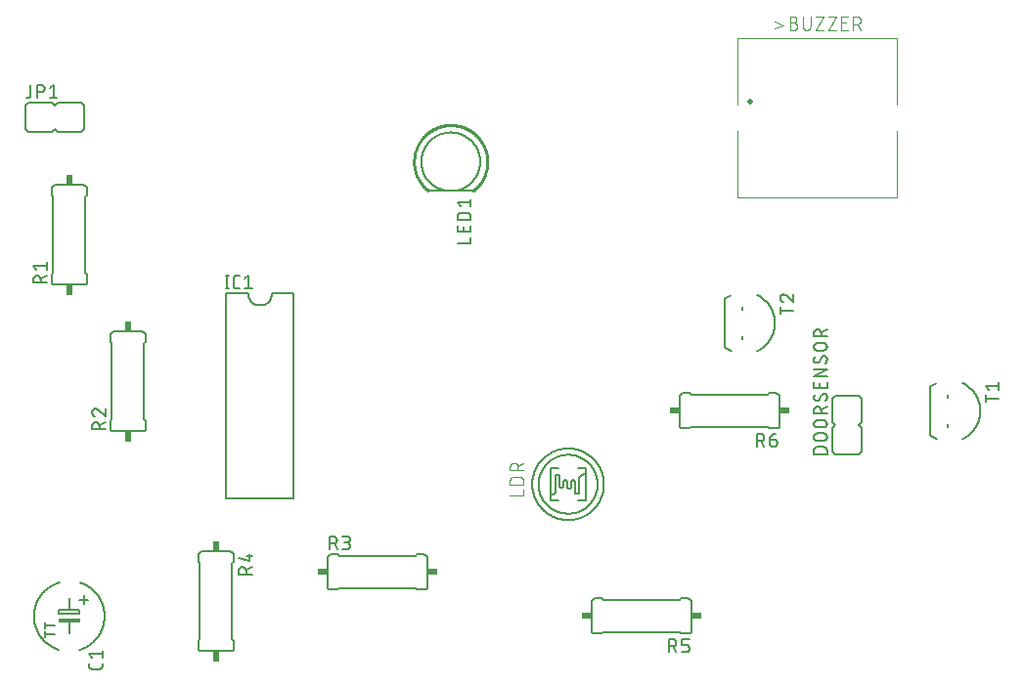
<source format=gbr>
G04 EAGLE Gerber X2 export*
%TF.Part,Single*%
%TF.FileFunction,Legend,Top,1*%
%TF.FilePolarity,Positive*%
%TF.GenerationSoftware,Autodesk,EAGLE,9.1.0*%
%TF.CreationDate,2018-07-17T12:46:28Z*%
G75*
%MOMM*%
%FSLAX34Y34*%
%LPD*%
%AMOC8*
5,1,8,0,0,1.08239X$1,22.5*%
G01*
%ADD10C,0.152400*%
%ADD11C,0.127000*%
%ADD12R,1.879600X0.431800*%
%ADD13C,0.203200*%
%ADD14C,0.101600*%
%ADD15C,0.254000*%
%ADD16R,0.609600X0.863600*%
%ADD17R,0.863600X0.609600*%
%ADD18C,0.500000*%
%ADD19C,0.120000*%


D10*
X123190Y123190D02*
X123900Y123415D01*
X124604Y123658D01*
X125301Y123918D01*
X125993Y124195D01*
X126677Y124488D01*
X127354Y124798D01*
X128023Y125125D01*
X128684Y125468D01*
X129337Y125826D01*
X129980Y126201D01*
X130615Y126591D01*
X131239Y126997D01*
X131854Y127417D01*
X132458Y127853D01*
X133051Y128303D01*
X133633Y128767D01*
X134203Y129246D01*
X134762Y129738D01*
X135309Y130244D01*
X135843Y130763D01*
X136364Y131295D01*
X136872Y131839D01*
X137367Y132395D01*
X137848Y132964D01*
X138315Y133544D01*
X138767Y134135D01*
X139206Y134737D01*
X139629Y135350D01*
X140037Y135973D01*
X140430Y136605D01*
X140808Y137247D01*
X141169Y137898D01*
X141515Y138557D01*
X141844Y139225D01*
X142157Y139901D01*
X142454Y140584D01*
X142734Y141274D01*
X142997Y141971D01*
X143242Y142674D01*
X143471Y143382D01*
X143682Y144096D01*
X143876Y144815D01*
X144052Y145539D01*
X144211Y146266D01*
X144351Y146998D01*
X144474Y147732D01*
X144579Y148469D01*
X144666Y149209D01*
X144735Y149950D01*
X144785Y150693D01*
X144818Y151437D01*
X144832Y152182D01*
X144828Y152926D01*
X144807Y153671D01*
X144766Y154414D01*
X144708Y155156D01*
X144632Y155897D01*
X144538Y156636D01*
X144425Y157372D01*
X144295Y158105D01*
X144147Y158835D01*
X143981Y159561D01*
X143798Y160282D01*
X143597Y160999D01*
X143379Y161711D01*
X143143Y162418D01*
X142890Y163118D01*
X142620Y163812D01*
X142333Y164499D01*
X142030Y165179D01*
X141710Y165852D01*
X141374Y166516D01*
X141022Y167172D01*
X140653Y167819D01*
X140270Y168458D01*
X139870Y169086D01*
X139456Y169705D01*
X139026Y170313D01*
X138582Y170911D01*
X138123Y171497D01*
X137651Y172073D01*
X137164Y172636D01*
X136664Y173188D01*
X136150Y173727D01*
X135624Y174253D01*
X135084Y174767D01*
X134533Y175267D01*
X133969Y175754D01*
X133394Y176226D01*
X132807Y176685D01*
X132209Y177129D01*
X131601Y177558D01*
X130982Y177973D01*
X130354Y178372D01*
X129716Y178756D01*
X129068Y179124D01*
X128412Y179476D01*
X127748Y179812D01*
X127075Y180132D01*
X126395Y180435D01*
X125708Y180722D01*
X125014Y180992D01*
X124313Y181244D01*
X123607Y181480D01*
X106068Y181803D02*
X105350Y181593D01*
X104637Y181365D01*
X103930Y181119D01*
X103230Y180857D01*
X102536Y180577D01*
X101849Y180280D01*
X101169Y179967D01*
X100498Y179637D01*
X99835Y179290D01*
X99180Y178928D01*
X98535Y178549D01*
X97899Y178155D01*
X97272Y177745D01*
X96656Y177320D01*
X96051Y176881D01*
X95457Y176426D01*
X94874Y175957D01*
X94302Y175474D01*
X93743Y174977D01*
X93196Y174467D01*
X92661Y173943D01*
X92140Y173406D01*
X91632Y172857D01*
X91137Y172295D01*
X90657Y171722D01*
X90190Y171137D01*
X89739Y170540D01*
X89301Y169933D01*
X88879Y169315D01*
X88473Y168687D01*
X88081Y168049D01*
X87706Y167402D01*
X87346Y166746D01*
X87003Y166081D01*
X86675Y165408D01*
X86365Y164727D01*
X86071Y164039D01*
X85795Y163344D01*
X85535Y162642D01*
X85293Y161934D01*
X85068Y161220D01*
X84860Y160502D01*
X84671Y159778D01*
X84499Y159049D01*
X84345Y158317D01*
X84209Y157581D01*
X84091Y156842D01*
X83991Y156101D01*
X83910Y155357D01*
X83846Y154612D01*
X83801Y153865D01*
X83774Y153117D01*
X83766Y152369D01*
X83776Y151620D01*
X83804Y150873D01*
X83851Y150126D01*
X83916Y149380D01*
X83999Y148637D01*
X84100Y147895D01*
X84220Y147157D01*
X84357Y146421D01*
X84513Y145689D01*
X84686Y144961D01*
X84877Y144238D01*
X85086Y143519D01*
X85312Y142806D01*
X85556Y142099D01*
X85817Y141398D01*
X86095Y140703D01*
X86390Y140015D01*
X86702Y139335D01*
X87031Y138663D01*
X87375Y137999D01*
X87736Y137343D01*
X88113Y136697D01*
X88506Y136060D01*
X88914Y135433D01*
X89338Y134816D01*
X89776Y134209D01*
X90229Y133614D01*
X90697Y133030D01*
X91178Y132457D01*
X91674Y131897D01*
X92183Y131348D01*
X92706Y130813D01*
X93241Y130290D01*
X93789Y129781D01*
X94350Y129285D01*
X94922Y128803D01*
X95506Y128335D01*
X96101Y127882D01*
X96708Y127443D01*
X97325Y127020D01*
X97952Y126611D01*
X98588Y126219D01*
X99235Y125841D01*
X99890Y125480D01*
X100554Y125135D01*
X101226Y124807D01*
X101906Y124494D01*
X102594Y124199D01*
X103288Y123921D01*
X103989Y123659D01*
X104697Y123415D01*
X105410Y123189D01*
X114300Y157480D02*
X114300Y167640D01*
X114300Y157480D02*
X105410Y157480D01*
X105410Y154178D01*
X123190Y154178D01*
X123190Y157480D01*
X114300Y157480D01*
X114300Y147320D02*
X114300Y137160D01*
X127000Y162560D02*
X127000Y170180D01*
X130810Y166370D02*
X123190Y166370D01*
D11*
X142875Y111723D02*
X142875Y109183D01*
X142873Y109083D01*
X142867Y108984D01*
X142857Y108884D01*
X142844Y108786D01*
X142826Y108687D01*
X142805Y108590D01*
X142780Y108494D01*
X142751Y108398D01*
X142718Y108304D01*
X142682Y108211D01*
X142642Y108120D01*
X142598Y108030D01*
X142551Y107942D01*
X142501Y107856D01*
X142447Y107772D01*
X142390Y107690D01*
X142330Y107611D01*
X142266Y107533D01*
X142200Y107459D01*
X142131Y107387D01*
X142059Y107318D01*
X141985Y107252D01*
X141907Y107188D01*
X141828Y107128D01*
X141746Y107071D01*
X141662Y107017D01*
X141576Y106967D01*
X141488Y106920D01*
X141398Y106876D01*
X141307Y106836D01*
X141214Y106800D01*
X141120Y106767D01*
X141024Y106738D01*
X140928Y106713D01*
X140831Y106692D01*
X140732Y106674D01*
X140634Y106661D01*
X140534Y106651D01*
X140435Y106645D01*
X140335Y106643D01*
X133985Y106643D01*
X133885Y106645D01*
X133786Y106651D01*
X133686Y106661D01*
X133588Y106674D01*
X133489Y106692D01*
X133392Y106713D01*
X133296Y106738D01*
X133200Y106767D01*
X133106Y106800D01*
X133013Y106836D01*
X132922Y106876D01*
X132832Y106920D01*
X132744Y106967D01*
X132658Y107017D01*
X132574Y107071D01*
X132492Y107128D01*
X132413Y107188D01*
X132335Y107252D01*
X132261Y107318D01*
X132189Y107387D01*
X132120Y107459D01*
X132054Y107533D01*
X131990Y107611D01*
X131930Y107690D01*
X131873Y107772D01*
X131819Y107856D01*
X131769Y107942D01*
X131722Y108030D01*
X131678Y108120D01*
X131638Y108211D01*
X131602Y108304D01*
X131569Y108398D01*
X131540Y108494D01*
X131515Y108590D01*
X131494Y108687D01*
X131476Y108786D01*
X131463Y108884D01*
X131453Y108984D01*
X131447Y109083D01*
X131445Y109183D01*
X131445Y111723D01*
X133985Y116205D02*
X131445Y119380D01*
X142875Y119380D01*
X142875Y116205D02*
X142875Y122555D01*
X101981Y136560D02*
X93345Y136560D01*
X93345Y138958D02*
X93345Y134161D01*
X93345Y144286D02*
X101981Y144286D01*
X93345Y141887D02*
X93345Y146685D01*
D12*
X114300Y148971D03*
D10*
X774700Y320040D02*
X777240Y317500D01*
X774700Y314960D01*
X797560Y317500D02*
X800100Y320040D01*
X797560Y317500D02*
X800100Y314960D01*
X800100Y294640D01*
X797560Y292100D01*
X800100Y340360D02*
X797560Y342900D01*
X800100Y340360D02*
X800100Y320040D01*
X797560Y342900D02*
X777240Y342900D01*
X774700Y340360D01*
X774700Y320040D01*
X774700Y314960D02*
X774700Y294640D01*
X777240Y292100D01*
X797560Y292100D01*
D11*
X770255Y292735D02*
X758825Y292735D01*
X758825Y295910D01*
X758827Y296021D01*
X758833Y296131D01*
X758842Y296242D01*
X758856Y296352D01*
X758873Y296461D01*
X758894Y296570D01*
X758919Y296678D01*
X758948Y296785D01*
X758980Y296891D01*
X759016Y296996D01*
X759056Y297099D01*
X759099Y297201D01*
X759146Y297302D01*
X759197Y297401D01*
X759250Y297498D01*
X759307Y297592D01*
X759368Y297685D01*
X759431Y297776D01*
X759498Y297865D01*
X759568Y297951D01*
X759641Y298034D01*
X759716Y298116D01*
X759794Y298194D01*
X759876Y298269D01*
X759959Y298342D01*
X760045Y298412D01*
X760134Y298479D01*
X760225Y298542D01*
X760318Y298603D01*
X760413Y298660D01*
X760509Y298713D01*
X760608Y298764D01*
X760709Y298811D01*
X760811Y298854D01*
X760914Y298894D01*
X761019Y298930D01*
X761125Y298962D01*
X761232Y298991D01*
X761340Y299016D01*
X761449Y299037D01*
X761558Y299054D01*
X761668Y299068D01*
X761779Y299077D01*
X761889Y299083D01*
X762000Y299085D01*
X767080Y299085D01*
X767191Y299083D01*
X767301Y299077D01*
X767412Y299068D01*
X767522Y299054D01*
X767631Y299037D01*
X767740Y299016D01*
X767848Y298991D01*
X767955Y298962D01*
X768061Y298930D01*
X768166Y298894D01*
X768269Y298854D01*
X768371Y298811D01*
X768472Y298764D01*
X768571Y298713D01*
X768668Y298660D01*
X768762Y298603D01*
X768855Y298542D01*
X768946Y298479D01*
X769035Y298412D01*
X769121Y298342D01*
X769204Y298269D01*
X769286Y298194D01*
X769364Y298116D01*
X769439Y298034D01*
X769512Y297951D01*
X769582Y297865D01*
X769649Y297776D01*
X769712Y297685D01*
X769773Y297592D01*
X769830Y297498D01*
X769883Y297401D01*
X769934Y297302D01*
X769981Y297201D01*
X770024Y297099D01*
X770064Y296996D01*
X770100Y296891D01*
X770132Y296785D01*
X770161Y296678D01*
X770186Y296570D01*
X770207Y296461D01*
X770224Y296352D01*
X770238Y296242D01*
X770247Y296131D01*
X770253Y296021D01*
X770255Y295910D01*
X770255Y292735D01*
X767080Y304546D02*
X762000Y304546D01*
X761889Y304548D01*
X761779Y304554D01*
X761668Y304563D01*
X761558Y304577D01*
X761449Y304594D01*
X761340Y304615D01*
X761232Y304640D01*
X761125Y304669D01*
X761019Y304701D01*
X760914Y304737D01*
X760811Y304777D01*
X760709Y304820D01*
X760608Y304867D01*
X760509Y304918D01*
X760413Y304971D01*
X760318Y305028D01*
X760225Y305089D01*
X760134Y305152D01*
X760045Y305219D01*
X759959Y305289D01*
X759876Y305362D01*
X759794Y305437D01*
X759716Y305515D01*
X759641Y305597D01*
X759568Y305680D01*
X759498Y305766D01*
X759431Y305855D01*
X759368Y305946D01*
X759307Y306039D01*
X759250Y306134D01*
X759197Y306230D01*
X759146Y306329D01*
X759099Y306430D01*
X759056Y306532D01*
X759016Y306635D01*
X758980Y306740D01*
X758948Y306846D01*
X758919Y306953D01*
X758894Y307061D01*
X758873Y307170D01*
X758856Y307279D01*
X758842Y307389D01*
X758833Y307500D01*
X758827Y307610D01*
X758825Y307721D01*
X758827Y307832D01*
X758833Y307942D01*
X758842Y308053D01*
X758856Y308163D01*
X758873Y308272D01*
X758894Y308381D01*
X758919Y308489D01*
X758948Y308596D01*
X758980Y308702D01*
X759016Y308807D01*
X759056Y308910D01*
X759099Y309012D01*
X759146Y309113D01*
X759197Y309212D01*
X759250Y309309D01*
X759307Y309403D01*
X759368Y309496D01*
X759431Y309587D01*
X759498Y309676D01*
X759568Y309762D01*
X759641Y309845D01*
X759716Y309927D01*
X759794Y310005D01*
X759876Y310080D01*
X759959Y310153D01*
X760045Y310223D01*
X760134Y310290D01*
X760225Y310353D01*
X760318Y310414D01*
X760413Y310471D01*
X760509Y310524D01*
X760608Y310575D01*
X760709Y310622D01*
X760811Y310665D01*
X760914Y310705D01*
X761019Y310741D01*
X761125Y310773D01*
X761232Y310802D01*
X761340Y310827D01*
X761449Y310848D01*
X761558Y310865D01*
X761668Y310879D01*
X761779Y310888D01*
X761889Y310894D01*
X762000Y310896D01*
X767080Y310896D01*
X767191Y310894D01*
X767301Y310888D01*
X767412Y310879D01*
X767522Y310865D01*
X767631Y310848D01*
X767740Y310827D01*
X767848Y310802D01*
X767955Y310773D01*
X768061Y310741D01*
X768166Y310705D01*
X768269Y310665D01*
X768371Y310622D01*
X768472Y310575D01*
X768571Y310524D01*
X768668Y310471D01*
X768762Y310414D01*
X768855Y310353D01*
X768946Y310290D01*
X769035Y310223D01*
X769121Y310153D01*
X769204Y310080D01*
X769286Y310005D01*
X769364Y309927D01*
X769439Y309845D01*
X769512Y309762D01*
X769582Y309676D01*
X769649Y309587D01*
X769712Y309496D01*
X769773Y309403D01*
X769830Y309308D01*
X769883Y309212D01*
X769934Y309113D01*
X769981Y309012D01*
X770024Y308910D01*
X770064Y308807D01*
X770100Y308702D01*
X770132Y308596D01*
X770161Y308489D01*
X770186Y308381D01*
X770207Y308272D01*
X770224Y308163D01*
X770238Y308053D01*
X770247Y307942D01*
X770253Y307832D01*
X770255Y307721D01*
X770253Y307610D01*
X770247Y307500D01*
X770238Y307389D01*
X770224Y307279D01*
X770207Y307170D01*
X770186Y307061D01*
X770161Y306953D01*
X770132Y306846D01*
X770100Y306740D01*
X770064Y306635D01*
X770024Y306532D01*
X769981Y306430D01*
X769934Y306329D01*
X769883Y306230D01*
X769830Y306133D01*
X769773Y306039D01*
X769712Y305946D01*
X769649Y305855D01*
X769582Y305766D01*
X769512Y305680D01*
X769439Y305597D01*
X769364Y305515D01*
X769286Y305437D01*
X769204Y305362D01*
X769121Y305289D01*
X769035Y305219D01*
X768946Y305152D01*
X768855Y305089D01*
X768762Y305028D01*
X768668Y304971D01*
X768571Y304918D01*
X768472Y304867D01*
X768371Y304820D01*
X768269Y304777D01*
X768166Y304737D01*
X768061Y304701D01*
X767955Y304669D01*
X767848Y304640D01*
X767740Y304615D01*
X767631Y304594D01*
X767522Y304577D01*
X767412Y304563D01*
X767301Y304554D01*
X767191Y304548D01*
X767080Y304546D01*
X767080Y315976D02*
X762000Y315976D01*
X761889Y315978D01*
X761779Y315984D01*
X761668Y315993D01*
X761558Y316007D01*
X761449Y316024D01*
X761340Y316045D01*
X761232Y316070D01*
X761125Y316099D01*
X761019Y316131D01*
X760914Y316167D01*
X760811Y316207D01*
X760709Y316250D01*
X760608Y316297D01*
X760509Y316348D01*
X760413Y316401D01*
X760318Y316458D01*
X760225Y316519D01*
X760134Y316582D01*
X760045Y316649D01*
X759959Y316719D01*
X759876Y316792D01*
X759794Y316867D01*
X759716Y316945D01*
X759641Y317027D01*
X759568Y317110D01*
X759498Y317196D01*
X759431Y317285D01*
X759368Y317376D01*
X759307Y317469D01*
X759250Y317564D01*
X759197Y317660D01*
X759146Y317759D01*
X759099Y317860D01*
X759056Y317962D01*
X759016Y318065D01*
X758980Y318170D01*
X758948Y318276D01*
X758919Y318383D01*
X758894Y318491D01*
X758873Y318600D01*
X758856Y318709D01*
X758842Y318819D01*
X758833Y318930D01*
X758827Y319040D01*
X758825Y319151D01*
X758827Y319262D01*
X758833Y319372D01*
X758842Y319483D01*
X758856Y319593D01*
X758873Y319702D01*
X758894Y319811D01*
X758919Y319919D01*
X758948Y320026D01*
X758980Y320132D01*
X759016Y320237D01*
X759056Y320340D01*
X759099Y320442D01*
X759146Y320543D01*
X759197Y320642D01*
X759250Y320739D01*
X759307Y320833D01*
X759368Y320926D01*
X759431Y321017D01*
X759498Y321106D01*
X759568Y321192D01*
X759641Y321275D01*
X759716Y321357D01*
X759794Y321435D01*
X759876Y321510D01*
X759959Y321583D01*
X760045Y321653D01*
X760134Y321720D01*
X760225Y321783D01*
X760318Y321844D01*
X760413Y321901D01*
X760509Y321954D01*
X760608Y322005D01*
X760709Y322052D01*
X760811Y322095D01*
X760914Y322135D01*
X761019Y322171D01*
X761125Y322203D01*
X761232Y322232D01*
X761340Y322257D01*
X761449Y322278D01*
X761558Y322295D01*
X761668Y322309D01*
X761779Y322318D01*
X761889Y322324D01*
X762000Y322326D01*
X767080Y322326D01*
X767191Y322324D01*
X767301Y322318D01*
X767412Y322309D01*
X767522Y322295D01*
X767631Y322278D01*
X767740Y322257D01*
X767848Y322232D01*
X767955Y322203D01*
X768061Y322171D01*
X768166Y322135D01*
X768269Y322095D01*
X768371Y322052D01*
X768472Y322005D01*
X768571Y321954D01*
X768668Y321901D01*
X768762Y321844D01*
X768855Y321783D01*
X768946Y321720D01*
X769035Y321653D01*
X769121Y321583D01*
X769204Y321510D01*
X769286Y321435D01*
X769364Y321357D01*
X769439Y321275D01*
X769512Y321192D01*
X769582Y321106D01*
X769649Y321017D01*
X769712Y320926D01*
X769773Y320833D01*
X769830Y320738D01*
X769883Y320642D01*
X769934Y320543D01*
X769981Y320442D01*
X770024Y320340D01*
X770064Y320237D01*
X770100Y320132D01*
X770132Y320026D01*
X770161Y319919D01*
X770186Y319811D01*
X770207Y319702D01*
X770224Y319593D01*
X770238Y319483D01*
X770247Y319372D01*
X770253Y319262D01*
X770255Y319151D01*
X770253Y319040D01*
X770247Y318930D01*
X770238Y318819D01*
X770224Y318709D01*
X770207Y318600D01*
X770186Y318491D01*
X770161Y318383D01*
X770132Y318276D01*
X770100Y318170D01*
X770064Y318065D01*
X770024Y317962D01*
X769981Y317860D01*
X769934Y317759D01*
X769883Y317660D01*
X769830Y317563D01*
X769773Y317469D01*
X769712Y317376D01*
X769649Y317285D01*
X769582Y317196D01*
X769512Y317110D01*
X769439Y317027D01*
X769364Y316945D01*
X769286Y316867D01*
X769204Y316792D01*
X769121Y316719D01*
X769035Y316649D01*
X768946Y316582D01*
X768855Y316519D01*
X768762Y316458D01*
X768668Y316401D01*
X768571Y316348D01*
X768472Y316297D01*
X768371Y316250D01*
X768269Y316207D01*
X768166Y316167D01*
X768061Y316131D01*
X767955Y316099D01*
X767848Y316070D01*
X767740Y316045D01*
X767631Y316024D01*
X767522Y316007D01*
X767412Y315993D01*
X767301Y315984D01*
X767191Y315978D01*
X767080Y315976D01*
X770255Y327870D02*
X758825Y327870D01*
X758825Y331045D01*
X758827Y331156D01*
X758833Y331266D01*
X758842Y331377D01*
X758856Y331487D01*
X758873Y331596D01*
X758894Y331705D01*
X758919Y331813D01*
X758948Y331920D01*
X758980Y332026D01*
X759016Y332131D01*
X759056Y332234D01*
X759099Y332336D01*
X759146Y332437D01*
X759197Y332536D01*
X759250Y332633D01*
X759307Y332727D01*
X759368Y332820D01*
X759431Y332911D01*
X759498Y333000D01*
X759568Y333086D01*
X759641Y333169D01*
X759716Y333251D01*
X759794Y333329D01*
X759876Y333404D01*
X759959Y333477D01*
X760045Y333547D01*
X760134Y333614D01*
X760225Y333677D01*
X760318Y333738D01*
X760413Y333795D01*
X760509Y333848D01*
X760608Y333899D01*
X760709Y333946D01*
X760811Y333989D01*
X760914Y334029D01*
X761019Y334065D01*
X761125Y334097D01*
X761232Y334126D01*
X761340Y334151D01*
X761449Y334172D01*
X761558Y334189D01*
X761668Y334203D01*
X761779Y334212D01*
X761889Y334218D01*
X762000Y334220D01*
X762111Y334218D01*
X762221Y334212D01*
X762332Y334203D01*
X762442Y334189D01*
X762551Y334172D01*
X762660Y334151D01*
X762768Y334126D01*
X762875Y334097D01*
X762981Y334065D01*
X763086Y334029D01*
X763189Y333989D01*
X763291Y333946D01*
X763392Y333899D01*
X763491Y333848D01*
X763588Y333795D01*
X763682Y333738D01*
X763775Y333677D01*
X763866Y333614D01*
X763955Y333547D01*
X764041Y333477D01*
X764124Y333404D01*
X764206Y333329D01*
X764284Y333251D01*
X764359Y333169D01*
X764432Y333086D01*
X764502Y333000D01*
X764569Y332911D01*
X764632Y332820D01*
X764693Y332727D01*
X764750Y332633D01*
X764803Y332536D01*
X764854Y332437D01*
X764901Y332336D01*
X764944Y332234D01*
X764984Y332131D01*
X765020Y332026D01*
X765052Y331920D01*
X765081Y331813D01*
X765106Y331705D01*
X765127Y331596D01*
X765144Y331487D01*
X765158Y331377D01*
X765167Y331266D01*
X765173Y331156D01*
X765175Y331045D01*
X765175Y327870D01*
X765175Y331680D02*
X770255Y334220D01*
X770255Y342646D02*
X770253Y342746D01*
X770247Y342845D01*
X770237Y342945D01*
X770224Y343043D01*
X770206Y343142D01*
X770185Y343239D01*
X770160Y343335D01*
X770131Y343431D01*
X770098Y343525D01*
X770062Y343618D01*
X770022Y343709D01*
X769978Y343799D01*
X769931Y343887D01*
X769881Y343973D01*
X769827Y344057D01*
X769770Y344139D01*
X769710Y344218D01*
X769646Y344296D01*
X769580Y344370D01*
X769511Y344442D01*
X769439Y344511D01*
X769365Y344577D01*
X769287Y344641D01*
X769208Y344701D01*
X769126Y344758D01*
X769042Y344812D01*
X768956Y344862D01*
X768868Y344909D01*
X768778Y344953D01*
X768687Y344993D01*
X768594Y345029D01*
X768500Y345062D01*
X768404Y345091D01*
X768308Y345116D01*
X768211Y345137D01*
X768112Y345155D01*
X768014Y345168D01*
X767914Y345178D01*
X767815Y345184D01*
X767715Y345186D01*
X770255Y342646D02*
X770253Y342505D01*
X770248Y342364D01*
X770238Y342223D01*
X770225Y342082D01*
X770209Y341942D01*
X770188Y341802D01*
X770164Y341663D01*
X770136Y341524D01*
X770105Y341387D01*
X770070Y341250D01*
X770032Y341114D01*
X769990Y340979D01*
X769944Y340846D01*
X769895Y340713D01*
X769842Y340582D01*
X769786Y340453D01*
X769727Y340324D01*
X769664Y340198D01*
X769598Y340073D01*
X769529Y339950D01*
X769456Y339829D01*
X769380Y339710D01*
X769301Y339592D01*
X769220Y339477D01*
X769135Y339365D01*
X769047Y339254D01*
X768956Y339146D01*
X768863Y339040D01*
X768766Y338937D01*
X768667Y338836D01*
X761365Y339153D02*
X761265Y339155D01*
X761166Y339161D01*
X761066Y339171D01*
X760968Y339184D01*
X760869Y339202D01*
X760772Y339223D01*
X760676Y339248D01*
X760580Y339277D01*
X760486Y339310D01*
X760393Y339346D01*
X760302Y339386D01*
X760212Y339430D01*
X760124Y339477D01*
X760038Y339527D01*
X759954Y339581D01*
X759872Y339638D01*
X759793Y339698D01*
X759715Y339762D01*
X759641Y339828D01*
X759569Y339897D01*
X759500Y339969D01*
X759434Y340043D01*
X759370Y340121D01*
X759310Y340200D01*
X759253Y340282D01*
X759199Y340366D01*
X759149Y340452D01*
X759102Y340540D01*
X759058Y340630D01*
X759018Y340721D01*
X758982Y340814D01*
X758949Y340908D01*
X758920Y341004D01*
X758895Y341100D01*
X758874Y341197D01*
X758856Y341296D01*
X758843Y341394D01*
X758833Y341494D01*
X758827Y341593D01*
X758825Y341693D01*
X758827Y341826D01*
X758832Y341959D01*
X758842Y342092D01*
X758855Y342225D01*
X758872Y342357D01*
X758892Y342489D01*
X758916Y342620D01*
X758944Y342750D01*
X758975Y342880D01*
X759010Y343008D01*
X759049Y343136D01*
X759091Y343262D01*
X759137Y343387D01*
X759186Y343511D01*
X759238Y343634D01*
X759294Y343755D01*
X759354Y343874D01*
X759416Y343992D01*
X759482Y344107D01*
X759551Y344221D01*
X759624Y344333D01*
X759699Y344443D01*
X759778Y344551D01*
X763588Y340423D02*
X763536Y340339D01*
X763481Y340256D01*
X763422Y340176D01*
X763361Y340098D01*
X763297Y340023D01*
X763229Y339950D01*
X763159Y339879D01*
X763087Y339812D01*
X763012Y339747D01*
X762934Y339685D01*
X762854Y339626D01*
X762772Y339570D01*
X762688Y339518D01*
X762602Y339469D01*
X762514Y339423D01*
X762424Y339380D01*
X762333Y339341D01*
X762240Y339306D01*
X762146Y339274D01*
X762051Y339246D01*
X761955Y339221D01*
X761858Y339201D01*
X761760Y339183D01*
X761662Y339170D01*
X761563Y339161D01*
X761464Y339155D01*
X761365Y339153D01*
X765492Y343916D02*
X765544Y344000D01*
X765599Y344083D01*
X765658Y344163D01*
X765719Y344241D01*
X765783Y344316D01*
X765851Y344389D01*
X765921Y344460D01*
X765993Y344527D01*
X766068Y344592D01*
X766146Y344654D01*
X766226Y344713D01*
X766308Y344769D01*
X766392Y344821D01*
X766478Y344870D01*
X766566Y344916D01*
X766656Y344959D01*
X766747Y344998D01*
X766840Y345033D01*
X766934Y345065D01*
X767029Y345093D01*
X767125Y345118D01*
X767222Y345138D01*
X767320Y345156D01*
X767418Y345169D01*
X767517Y345178D01*
X767616Y345184D01*
X767715Y345186D01*
X765493Y343916D02*
X763588Y340423D01*
X770255Y350291D02*
X770255Y355371D01*
X770255Y350291D02*
X758825Y350291D01*
X758825Y355371D01*
X763905Y354101D02*
X763905Y350291D01*
X758825Y360172D02*
X770255Y360172D01*
X770255Y366522D02*
X758825Y360172D01*
X758825Y366522D02*
X770255Y366522D01*
X770255Y375412D02*
X770253Y375512D01*
X770247Y375611D01*
X770237Y375711D01*
X770224Y375809D01*
X770206Y375908D01*
X770185Y376005D01*
X770160Y376101D01*
X770131Y376197D01*
X770098Y376291D01*
X770062Y376384D01*
X770022Y376475D01*
X769978Y376565D01*
X769931Y376653D01*
X769881Y376739D01*
X769827Y376823D01*
X769770Y376905D01*
X769710Y376984D01*
X769646Y377062D01*
X769580Y377136D01*
X769511Y377208D01*
X769439Y377277D01*
X769365Y377343D01*
X769287Y377407D01*
X769208Y377467D01*
X769126Y377524D01*
X769042Y377578D01*
X768956Y377628D01*
X768868Y377675D01*
X768778Y377719D01*
X768687Y377759D01*
X768594Y377795D01*
X768500Y377828D01*
X768404Y377857D01*
X768308Y377882D01*
X768211Y377903D01*
X768112Y377921D01*
X768014Y377934D01*
X767914Y377944D01*
X767815Y377950D01*
X767715Y377952D01*
X770255Y375412D02*
X770253Y375271D01*
X770248Y375130D01*
X770238Y374989D01*
X770225Y374848D01*
X770209Y374708D01*
X770188Y374568D01*
X770164Y374429D01*
X770136Y374290D01*
X770105Y374153D01*
X770070Y374016D01*
X770032Y373880D01*
X769990Y373745D01*
X769944Y373612D01*
X769895Y373479D01*
X769842Y373348D01*
X769786Y373219D01*
X769727Y373090D01*
X769664Y372964D01*
X769598Y372839D01*
X769529Y372716D01*
X769456Y372595D01*
X769380Y372476D01*
X769301Y372358D01*
X769220Y372243D01*
X769135Y372131D01*
X769047Y372020D01*
X768956Y371912D01*
X768863Y371806D01*
X768766Y371703D01*
X768667Y371602D01*
X761365Y371919D02*
X761265Y371921D01*
X761166Y371927D01*
X761066Y371937D01*
X760968Y371950D01*
X760869Y371968D01*
X760772Y371989D01*
X760676Y372014D01*
X760580Y372043D01*
X760486Y372076D01*
X760393Y372112D01*
X760302Y372152D01*
X760212Y372196D01*
X760124Y372243D01*
X760038Y372293D01*
X759954Y372347D01*
X759872Y372404D01*
X759793Y372464D01*
X759715Y372528D01*
X759641Y372594D01*
X759569Y372663D01*
X759500Y372735D01*
X759434Y372809D01*
X759370Y372887D01*
X759310Y372966D01*
X759253Y373048D01*
X759199Y373132D01*
X759149Y373218D01*
X759102Y373306D01*
X759058Y373396D01*
X759018Y373487D01*
X758982Y373580D01*
X758949Y373674D01*
X758920Y373770D01*
X758895Y373866D01*
X758874Y373963D01*
X758856Y374062D01*
X758843Y374160D01*
X758833Y374260D01*
X758827Y374359D01*
X758825Y374459D01*
X758827Y374592D01*
X758832Y374725D01*
X758842Y374858D01*
X758855Y374991D01*
X758872Y375123D01*
X758892Y375255D01*
X758916Y375386D01*
X758944Y375516D01*
X758975Y375646D01*
X759010Y375774D01*
X759049Y375902D01*
X759091Y376028D01*
X759137Y376153D01*
X759186Y376277D01*
X759238Y376400D01*
X759294Y376521D01*
X759354Y376640D01*
X759416Y376758D01*
X759482Y376873D01*
X759551Y376987D01*
X759624Y377099D01*
X759699Y377209D01*
X759778Y377317D01*
X763588Y373189D02*
X763536Y373105D01*
X763481Y373022D01*
X763422Y372942D01*
X763361Y372864D01*
X763297Y372789D01*
X763229Y372716D01*
X763159Y372645D01*
X763087Y372578D01*
X763012Y372513D01*
X762934Y372451D01*
X762854Y372392D01*
X762772Y372336D01*
X762688Y372284D01*
X762602Y372235D01*
X762514Y372189D01*
X762424Y372146D01*
X762333Y372107D01*
X762240Y372072D01*
X762146Y372040D01*
X762051Y372012D01*
X761955Y371987D01*
X761858Y371967D01*
X761760Y371949D01*
X761662Y371936D01*
X761563Y371927D01*
X761464Y371921D01*
X761365Y371919D01*
X765492Y376682D02*
X765544Y376766D01*
X765599Y376849D01*
X765658Y376929D01*
X765719Y377007D01*
X765783Y377082D01*
X765851Y377155D01*
X765921Y377226D01*
X765993Y377293D01*
X766068Y377358D01*
X766146Y377420D01*
X766226Y377479D01*
X766308Y377535D01*
X766392Y377587D01*
X766478Y377636D01*
X766566Y377682D01*
X766656Y377725D01*
X766747Y377764D01*
X766840Y377799D01*
X766934Y377831D01*
X767029Y377859D01*
X767125Y377884D01*
X767222Y377904D01*
X767320Y377922D01*
X767418Y377935D01*
X767517Y377944D01*
X767616Y377950D01*
X767715Y377952D01*
X765493Y376682D02*
X763588Y373189D01*
X762000Y382651D02*
X767080Y382651D01*
X762000Y382651D02*
X761889Y382653D01*
X761779Y382659D01*
X761668Y382668D01*
X761558Y382682D01*
X761449Y382699D01*
X761340Y382720D01*
X761232Y382745D01*
X761125Y382774D01*
X761019Y382806D01*
X760914Y382842D01*
X760811Y382882D01*
X760709Y382925D01*
X760608Y382972D01*
X760509Y383023D01*
X760413Y383076D01*
X760318Y383133D01*
X760225Y383194D01*
X760134Y383257D01*
X760045Y383324D01*
X759959Y383394D01*
X759876Y383467D01*
X759794Y383542D01*
X759716Y383620D01*
X759641Y383702D01*
X759568Y383785D01*
X759498Y383871D01*
X759431Y383960D01*
X759368Y384051D01*
X759307Y384144D01*
X759250Y384239D01*
X759197Y384335D01*
X759146Y384434D01*
X759099Y384535D01*
X759056Y384637D01*
X759016Y384740D01*
X758980Y384845D01*
X758948Y384951D01*
X758919Y385058D01*
X758894Y385166D01*
X758873Y385275D01*
X758856Y385384D01*
X758842Y385494D01*
X758833Y385605D01*
X758827Y385715D01*
X758825Y385826D01*
X758827Y385937D01*
X758833Y386047D01*
X758842Y386158D01*
X758856Y386268D01*
X758873Y386377D01*
X758894Y386486D01*
X758919Y386594D01*
X758948Y386701D01*
X758980Y386807D01*
X759016Y386912D01*
X759056Y387015D01*
X759099Y387117D01*
X759146Y387218D01*
X759197Y387317D01*
X759250Y387414D01*
X759307Y387508D01*
X759368Y387601D01*
X759431Y387692D01*
X759498Y387781D01*
X759568Y387867D01*
X759641Y387950D01*
X759716Y388032D01*
X759794Y388110D01*
X759876Y388185D01*
X759959Y388258D01*
X760045Y388328D01*
X760134Y388395D01*
X760225Y388458D01*
X760318Y388519D01*
X760413Y388576D01*
X760509Y388629D01*
X760608Y388680D01*
X760709Y388727D01*
X760811Y388770D01*
X760914Y388810D01*
X761019Y388846D01*
X761125Y388878D01*
X761232Y388907D01*
X761340Y388932D01*
X761449Y388953D01*
X761558Y388970D01*
X761668Y388984D01*
X761779Y388993D01*
X761889Y388999D01*
X762000Y389001D01*
X767080Y389001D01*
X767191Y388999D01*
X767301Y388993D01*
X767412Y388984D01*
X767522Y388970D01*
X767631Y388953D01*
X767740Y388932D01*
X767848Y388907D01*
X767955Y388878D01*
X768061Y388846D01*
X768166Y388810D01*
X768269Y388770D01*
X768371Y388727D01*
X768472Y388680D01*
X768571Y388629D01*
X768668Y388576D01*
X768762Y388519D01*
X768855Y388458D01*
X768946Y388395D01*
X769035Y388328D01*
X769121Y388258D01*
X769204Y388185D01*
X769286Y388110D01*
X769364Y388032D01*
X769439Y387950D01*
X769512Y387867D01*
X769582Y387781D01*
X769649Y387692D01*
X769712Y387601D01*
X769773Y387508D01*
X769830Y387413D01*
X769883Y387317D01*
X769934Y387218D01*
X769981Y387117D01*
X770024Y387015D01*
X770064Y386912D01*
X770100Y386807D01*
X770132Y386701D01*
X770161Y386594D01*
X770186Y386486D01*
X770207Y386377D01*
X770224Y386268D01*
X770238Y386158D01*
X770247Y386047D01*
X770253Y385937D01*
X770255Y385826D01*
X770253Y385715D01*
X770247Y385605D01*
X770238Y385494D01*
X770224Y385384D01*
X770207Y385275D01*
X770186Y385166D01*
X770161Y385058D01*
X770132Y384951D01*
X770100Y384845D01*
X770064Y384740D01*
X770024Y384637D01*
X769981Y384535D01*
X769934Y384434D01*
X769883Y384335D01*
X769830Y384238D01*
X769773Y384144D01*
X769712Y384051D01*
X769649Y383960D01*
X769582Y383871D01*
X769512Y383785D01*
X769439Y383702D01*
X769364Y383620D01*
X769286Y383542D01*
X769204Y383467D01*
X769121Y383394D01*
X769035Y383324D01*
X768946Y383257D01*
X768855Y383194D01*
X768762Y383133D01*
X768668Y383076D01*
X768571Y383023D01*
X768472Y382972D01*
X768371Y382925D01*
X768269Y382882D01*
X768166Y382842D01*
X768061Y382806D01*
X767955Y382774D01*
X767848Y382745D01*
X767740Y382720D01*
X767631Y382699D01*
X767522Y382682D01*
X767412Y382668D01*
X767301Y382659D01*
X767191Y382653D01*
X767080Y382651D01*
X770255Y394545D02*
X758825Y394545D01*
X758825Y397720D01*
X758827Y397831D01*
X758833Y397941D01*
X758842Y398052D01*
X758856Y398162D01*
X758873Y398271D01*
X758894Y398380D01*
X758919Y398488D01*
X758948Y398595D01*
X758980Y398701D01*
X759016Y398806D01*
X759056Y398909D01*
X759099Y399011D01*
X759146Y399112D01*
X759197Y399211D01*
X759250Y399308D01*
X759307Y399402D01*
X759368Y399495D01*
X759431Y399586D01*
X759498Y399675D01*
X759568Y399761D01*
X759641Y399844D01*
X759716Y399926D01*
X759794Y400004D01*
X759876Y400079D01*
X759959Y400152D01*
X760045Y400222D01*
X760134Y400289D01*
X760225Y400352D01*
X760318Y400413D01*
X760413Y400470D01*
X760509Y400523D01*
X760608Y400574D01*
X760709Y400621D01*
X760811Y400664D01*
X760914Y400704D01*
X761019Y400740D01*
X761125Y400772D01*
X761232Y400801D01*
X761340Y400826D01*
X761449Y400847D01*
X761558Y400864D01*
X761668Y400878D01*
X761779Y400887D01*
X761889Y400893D01*
X762000Y400895D01*
X762111Y400893D01*
X762221Y400887D01*
X762332Y400878D01*
X762442Y400864D01*
X762551Y400847D01*
X762660Y400826D01*
X762768Y400801D01*
X762875Y400772D01*
X762981Y400740D01*
X763086Y400704D01*
X763189Y400664D01*
X763291Y400621D01*
X763392Y400574D01*
X763491Y400523D01*
X763588Y400470D01*
X763682Y400413D01*
X763775Y400352D01*
X763866Y400289D01*
X763955Y400222D01*
X764041Y400152D01*
X764124Y400079D01*
X764206Y400004D01*
X764284Y399926D01*
X764359Y399844D01*
X764432Y399761D01*
X764502Y399675D01*
X764569Y399586D01*
X764632Y399495D01*
X764693Y399402D01*
X764750Y399308D01*
X764803Y399211D01*
X764854Y399112D01*
X764901Y399011D01*
X764944Y398909D01*
X764984Y398806D01*
X765020Y398701D01*
X765052Y398595D01*
X765081Y398488D01*
X765106Y398380D01*
X765127Y398271D01*
X765144Y398162D01*
X765158Y398052D01*
X765167Y397941D01*
X765173Y397831D01*
X765175Y397720D01*
X765175Y394545D01*
X765175Y398355D02*
X770255Y400895D01*
D10*
X308610Y431800D02*
X308610Y254000D01*
X250190Y254000D02*
X250190Y431800D01*
X250190Y254000D02*
X308610Y254000D01*
X308610Y431800D02*
X289560Y431800D01*
X269240Y431800D02*
X250190Y431800D01*
X269240Y431800D02*
X269243Y431553D01*
X269252Y431305D01*
X269267Y431058D01*
X269288Y430812D01*
X269315Y430566D01*
X269348Y430321D01*
X269387Y430076D01*
X269432Y429833D01*
X269483Y429591D01*
X269540Y429350D01*
X269602Y429111D01*
X269671Y428873D01*
X269745Y428637D01*
X269825Y428403D01*
X269910Y428171D01*
X270002Y427941D01*
X270098Y427713D01*
X270201Y427488D01*
X270308Y427265D01*
X270422Y427045D01*
X270540Y426828D01*
X270664Y426613D01*
X270793Y426402D01*
X270927Y426194D01*
X271066Y425989D01*
X271210Y425788D01*
X271358Y425590D01*
X271512Y425396D01*
X271670Y425206D01*
X271833Y425020D01*
X272000Y424838D01*
X272172Y424660D01*
X272348Y424486D01*
X272528Y424316D01*
X272713Y424151D01*
X272901Y423991D01*
X273093Y423835D01*
X273289Y423683D01*
X273488Y423537D01*
X273691Y423395D01*
X273898Y423259D01*
X274107Y423127D01*
X274320Y423001D01*
X274536Y422880D01*
X274754Y422764D01*
X274976Y422654D01*
X275200Y422549D01*
X275426Y422449D01*
X275655Y422355D01*
X275886Y422267D01*
X276120Y422184D01*
X276355Y422107D01*
X276592Y422036D01*
X276830Y421970D01*
X277070Y421911D01*
X277312Y421857D01*
X277555Y421809D01*
X277798Y421767D01*
X278043Y421731D01*
X278289Y421701D01*
X278535Y421677D01*
X278782Y421659D01*
X279029Y421647D01*
X279276Y421641D01*
X279524Y421641D01*
X279771Y421647D01*
X280018Y421659D01*
X280265Y421677D01*
X280511Y421701D01*
X280757Y421731D01*
X281002Y421767D01*
X281245Y421809D01*
X281488Y421857D01*
X281730Y421911D01*
X281970Y421970D01*
X282208Y422036D01*
X282445Y422107D01*
X282680Y422184D01*
X282914Y422267D01*
X283145Y422355D01*
X283374Y422449D01*
X283600Y422549D01*
X283824Y422654D01*
X284046Y422764D01*
X284264Y422880D01*
X284480Y423001D01*
X284693Y423127D01*
X284902Y423259D01*
X285109Y423395D01*
X285312Y423537D01*
X285511Y423683D01*
X285707Y423835D01*
X285899Y423991D01*
X286087Y424151D01*
X286272Y424316D01*
X286452Y424486D01*
X286628Y424660D01*
X286800Y424838D01*
X286967Y425020D01*
X287130Y425206D01*
X287288Y425396D01*
X287442Y425590D01*
X287590Y425788D01*
X287734Y425989D01*
X287873Y426194D01*
X288007Y426402D01*
X288136Y426613D01*
X288260Y426828D01*
X288378Y427045D01*
X288492Y427265D01*
X288599Y427488D01*
X288702Y427713D01*
X288798Y427941D01*
X288890Y428171D01*
X288975Y428403D01*
X289055Y428637D01*
X289129Y428873D01*
X289198Y429111D01*
X289260Y429350D01*
X289317Y429591D01*
X289368Y429833D01*
X289413Y430076D01*
X289452Y430321D01*
X289485Y430566D01*
X289512Y430812D01*
X289533Y431058D01*
X289548Y431305D01*
X289557Y431553D01*
X289560Y431800D01*
D11*
X250825Y436245D02*
X250825Y447675D01*
X249555Y436245D02*
X252095Y436245D01*
X252095Y447675D02*
X249555Y447675D01*
X259297Y436245D02*
X261837Y436245D01*
X259297Y436245D02*
X259197Y436247D01*
X259098Y436253D01*
X258998Y436263D01*
X258900Y436276D01*
X258801Y436294D01*
X258704Y436315D01*
X258608Y436340D01*
X258512Y436369D01*
X258418Y436402D01*
X258325Y436438D01*
X258234Y436478D01*
X258144Y436522D01*
X258056Y436569D01*
X257970Y436619D01*
X257886Y436673D01*
X257804Y436730D01*
X257725Y436790D01*
X257647Y436854D01*
X257573Y436920D01*
X257501Y436989D01*
X257432Y437061D01*
X257366Y437135D01*
X257302Y437213D01*
X257242Y437292D01*
X257185Y437374D01*
X257131Y437458D01*
X257081Y437544D01*
X257034Y437632D01*
X256990Y437722D01*
X256950Y437813D01*
X256914Y437906D01*
X256881Y438000D01*
X256852Y438096D01*
X256827Y438192D01*
X256806Y438289D01*
X256788Y438388D01*
X256775Y438486D01*
X256765Y438586D01*
X256759Y438685D01*
X256757Y438785D01*
X256757Y445135D01*
X256759Y445235D01*
X256765Y445334D01*
X256775Y445434D01*
X256788Y445532D01*
X256806Y445631D01*
X256827Y445728D01*
X256852Y445824D01*
X256881Y445920D01*
X256914Y446014D01*
X256950Y446107D01*
X256990Y446198D01*
X257034Y446288D01*
X257081Y446376D01*
X257131Y446462D01*
X257185Y446546D01*
X257242Y446628D01*
X257302Y446707D01*
X257366Y446785D01*
X257432Y446859D01*
X257501Y446931D01*
X257573Y447000D01*
X257647Y447066D01*
X257725Y447130D01*
X257804Y447190D01*
X257886Y447247D01*
X257970Y447301D01*
X258056Y447351D01*
X258144Y447398D01*
X258234Y447442D01*
X258325Y447482D01*
X258418Y447518D01*
X258512Y447551D01*
X258608Y447580D01*
X258704Y447605D01*
X258801Y447626D01*
X258900Y447644D01*
X258998Y447657D01*
X259098Y447667D01*
X259197Y447673D01*
X259297Y447675D01*
X261837Y447675D01*
X266319Y445135D02*
X269494Y447675D01*
X269494Y436245D01*
X266319Y436245D02*
X272669Y436245D01*
D13*
X531100Y281026D02*
X531100Y252374D01*
X537850Y252374D01*
X554350Y252374D02*
X561100Y252374D01*
X561100Y281026D01*
X554350Y281026D01*
X537850Y281026D02*
X531100Y281026D01*
X555532Y270742D02*
X555534Y270877D01*
X555540Y271012D01*
X555549Y271146D01*
X555563Y271280D01*
X555580Y271414D01*
X555601Y271547D01*
X555626Y271679D01*
X555654Y271811D01*
X555687Y271941D01*
X555723Y272071D01*
X555763Y272200D01*
X555806Y272327D01*
X555853Y272454D01*
X555904Y272578D01*
X555958Y272702D01*
X556016Y272823D01*
X556077Y272943D01*
X556141Y273062D01*
X556209Y273178D01*
X556280Y273292D01*
X556355Y273405D01*
X556432Y273515D01*
X556513Y273622D01*
X556597Y273728D01*
X556684Y273831D01*
X556773Y273931D01*
X556866Y274029D01*
X556961Y274125D01*
X557059Y274217D01*
X557159Y274307D01*
X557262Y274394D01*
X557368Y274477D01*
X557476Y274558D01*
X557586Y274636D01*
X557698Y274710D01*
X557812Y274781D01*
X557929Y274849D01*
X558047Y274914D01*
X558167Y274975D01*
X558288Y275033D01*
X558412Y275087D01*
X558537Y275137D01*
X558663Y275185D01*
X558790Y275228D01*
X558919Y275268D01*
X559049Y275304D01*
X559179Y275336D01*
X559311Y275365D01*
X559443Y275390D01*
X559576Y275411D01*
X559710Y275428D01*
X559844Y275442D01*
X559978Y275451D01*
X560113Y275457D01*
X560247Y275459D01*
X555532Y270742D02*
X555532Y259963D01*
X555533Y259963D02*
X555531Y259882D01*
X555525Y259800D01*
X555515Y259720D01*
X555502Y259639D01*
X555484Y259560D01*
X555463Y259481D01*
X555437Y259404D01*
X555409Y259328D01*
X555376Y259253D01*
X555340Y259180D01*
X555300Y259109D01*
X555257Y259040D01*
X555211Y258973D01*
X555162Y258908D01*
X555109Y258846D01*
X555054Y258786D01*
X554996Y258729D01*
X554935Y258675D01*
X554871Y258624D01*
X554805Y258576D01*
X554737Y258532D01*
X554667Y258490D01*
X554595Y258453D01*
X554521Y258418D01*
X554446Y258387D01*
X554369Y258360D01*
X554291Y258337D01*
X554212Y258318D01*
X554132Y258302D01*
X554051Y258290D01*
X553970Y258282D01*
X553889Y258278D01*
X553807Y258278D01*
X553726Y258282D01*
X553645Y258290D01*
X553564Y258302D01*
X553484Y258318D01*
X553405Y258337D01*
X553327Y258360D01*
X553250Y258387D01*
X553175Y258418D01*
X553101Y258453D01*
X553029Y258490D01*
X552959Y258532D01*
X552891Y258576D01*
X552825Y258624D01*
X552761Y258675D01*
X552700Y258729D01*
X552642Y258786D01*
X552587Y258846D01*
X552534Y258908D01*
X552485Y258973D01*
X552439Y259040D01*
X552396Y259109D01*
X552356Y259180D01*
X552320Y259253D01*
X552287Y259328D01*
X552259Y259404D01*
X552233Y259481D01*
X552212Y259560D01*
X552194Y259639D01*
X552181Y259720D01*
X552171Y259800D01*
X552165Y259882D01*
X552163Y259963D01*
X552163Y268721D01*
X552161Y268802D01*
X552155Y268884D01*
X552145Y268964D01*
X552132Y269045D01*
X552114Y269124D01*
X552093Y269203D01*
X552068Y269280D01*
X552039Y269356D01*
X552006Y269431D01*
X551970Y269504D01*
X551931Y269575D01*
X551888Y269644D01*
X551841Y269711D01*
X551792Y269775D01*
X551739Y269838D01*
X551684Y269897D01*
X551626Y269954D01*
X551565Y270008D01*
X551501Y270059D01*
X551436Y270107D01*
X551368Y270152D01*
X551297Y270193D01*
X551225Y270231D01*
X551152Y270265D01*
X551076Y270296D01*
X550999Y270323D01*
X550921Y270346D01*
X550842Y270365D01*
X550763Y270381D01*
X550682Y270393D01*
X550601Y270401D01*
X550520Y270405D01*
X550438Y270405D01*
X550357Y270401D01*
X550276Y270393D01*
X550195Y270381D01*
X550116Y270365D01*
X550037Y270346D01*
X549959Y270323D01*
X549882Y270296D01*
X549806Y270265D01*
X549733Y270231D01*
X549661Y270193D01*
X549590Y270152D01*
X549522Y270107D01*
X549457Y270059D01*
X549393Y270008D01*
X549332Y269954D01*
X549274Y269897D01*
X549219Y269838D01*
X549166Y269775D01*
X549117Y269711D01*
X549070Y269644D01*
X549027Y269575D01*
X548988Y269504D01*
X548952Y269431D01*
X548919Y269356D01*
X548890Y269280D01*
X548865Y269203D01*
X548844Y269124D01*
X548826Y269045D01*
X548813Y268964D01*
X548803Y268884D01*
X548797Y268802D01*
X548795Y268721D01*
X548795Y264679D01*
X548796Y264679D02*
X548794Y264598D01*
X548788Y264516D01*
X548778Y264436D01*
X548765Y264355D01*
X548747Y264276D01*
X548726Y264197D01*
X548700Y264120D01*
X548672Y264044D01*
X548639Y263969D01*
X548603Y263896D01*
X548563Y263825D01*
X548520Y263756D01*
X548474Y263689D01*
X548425Y263624D01*
X548372Y263562D01*
X548317Y263502D01*
X548259Y263445D01*
X548198Y263391D01*
X548134Y263340D01*
X548068Y263292D01*
X548000Y263248D01*
X547930Y263206D01*
X547858Y263169D01*
X547784Y263134D01*
X547709Y263103D01*
X547632Y263076D01*
X547554Y263053D01*
X547475Y263034D01*
X547395Y263018D01*
X547314Y263006D01*
X547233Y262998D01*
X547152Y262994D01*
X547070Y262994D01*
X546989Y262998D01*
X546908Y263006D01*
X546827Y263018D01*
X546747Y263034D01*
X546668Y263053D01*
X546590Y263076D01*
X546513Y263103D01*
X546438Y263134D01*
X546364Y263169D01*
X546292Y263206D01*
X546222Y263248D01*
X546154Y263292D01*
X546088Y263340D01*
X546024Y263391D01*
X545963Y263445D01*
X545905Y263502D01*
X545850Y263562D01*
X545797Y263624D01*
X545748Y263689D01*
X545702Y263756D01*
X545659Y263825D01*
X545619Y263896D01*
X545583Y263969D01*
X545550Y264044D01*
X545522Y264120D01*
X545496Y264197D01*
X545475Y264276D01*
X545457Y264355D01*
X545444Y264436D01*
X545434Y264516D01*
X545428Y264598D01*
X545426Y264679D01*
X545426Y268721D01*
X545424Y268802D01*
X545418Y268884D01*
X545408Y268964D01*
X545395Y269045D01*
X545377Y269124D01*
X545356Y269203D01*
X545331Y269280D01*
X545302Y269356D01*
X545269Y269431D01*
X545233Y269504D01*
X545194Y269575D01*
X545151Y269644D01*
X545104Y269711D01*
X545055Y269775D01*
X545002Y269838D01*
X544947Y269897D01*
X544889Y269954D01*
X544828Y270008D01*
X544764Y270059D01*
X544699Y270107D01*
X544631Y270152D01*
X544560Y270193D01*
X544488Y270231D01*
X544415Y270265D01*
X544339Y270296D01*
X544262Y270323D01*
X544184Y270346D01*
X544105Y270365D01*
X544026Y270381D01*
X543945Y270393D01*
X543864Y270401D01*
X543783Y270405D01*
X543701Y270405D01*
X543620Y270401D01*
X543539Y270393D01*
X543458Y270381D01*
X543379Y270365D01*
X543300Y270346D01*
X543222Y270323D01*
X543145Y270296D01*
X543069Y270265D01*
X542996Y270231D01*
X542924Y270193D01*
X542853Y270152D01*
X542785Y270107D01*
X542720Y270059D01*
X542656Y270008D01*
X542595Y269954D01*
X542537Y269897D01*
X542482Y269838D01*
X542429Y269775D01*
X542380Y269711D01*
X542333Y269644D01*
X542290Y269575D01*
X542251Y269504D01*
X542215Y269431D01*
X542182Y269356D01*
X542153Y269280D01*
X542128Y269203D01*
X542107Y269124D01*
X542089Y269045D01*
X542076Y268964D01*
X542066Y268884D01*
X542060Y268802D01*
X542058Y268721D01*
X542058Y265353D01*
X542056Y265272D01*
X542050Y265190D01*
X542040Y265110D01*
X542027Y265029D01*
X542009Y264950D01*
X541988Y264871D01*
X541963Y264794D01*
X541934Y264718D01*
X541901Y264643D01*
X541865Y264570D01*
X541826Y264499D01*
X541783Y264430D01*
X541736Y264363D01*
X541687Y264299D01*
X541634Y264236D01*
X541579Y264177D01*
X541521Y264120D01*
X541460Y264066D01*
X541396Y264015D01*
X541331Y263967D01*
X541263Y263922D01*
X541192Y263881D01*
X541120Y263843D01*
X541047Y263809D01*
X540971Y263778D01*
X540894Y263751D01*
X540816Y263728D01*
X540737Y263709D01*
X540658Y263693D01*
X540577Y263681D01*
X540496Y263673D01*
X540415Y263669D01*
X540333Y263669D01*
X540252Y263673D01*
X540171Y263681D01*
X540090Y263693D01*
X540011Y263709D01*
X539932Y263728D01*
X539854Y263751D01*
X539777Y263778D01*
X539701Y263809D01*
X539628Y263843D01*
X539556Y263881D01*
X539485Y263922D01*
X539417Y263967D01*
X539352Y264015D01*
X539288Y264066D01*
X539227Y264120D01*
X539169Y264177D01*
X539114Y264236D01*
X539061Y264299D01*
X539012Y264363D01*
X538965Y264430D01*
X538922Y264499D01*
X538883Y264570D01*
X538847Y264643D01*
X538814Y264718D01*
X538785Y264794D01*
X538760Y264871D01*
X538739Y264950D01*
X538721Y265029D01*
X538708Y265110D01*
X538698Y265190D01*
X538692Y265272D01*
X538690Y265353D01*
X538690Y273437D01*
X538691Y273437D02*
X538689Y273518D01*
X538683Y273600D01*
X538673Y273680D01*
X538660Y273761D01*
X538642Y273840D01*
X538621Y273919D01*
X538595Y273996D01*
X538567Y274072D01*
X538534Y274147D01*
X538498Y274220D01*
X538458Y274291D01*
X538415Y274360D01*
X538369Y274427D01*
X538320Y274492D01*
X538267Y274554D01*
X538212Y274614D01*
X538154Y274671D01*
X538093Y274725D01*
X538029Y274776D01*
X537963Y274824D01*
X537895Y274868D01*
X537825Y274910D01*
X537753Y274947D01*
X537679Y274982D01*
X537604Y275013D01*
X537527Y275040D01*
X537449Y275063D01*
X537370Y275082D01*
X537290Y275098D01*
X537209Y275110D01*
X537128Y275118D01*
X537047Y275122D01*
X536965Y275122D01*
X536884Y275118D01*
X536803Y275110D01*
X536722Y275098D01*
X536642Y275082D01*
X536563Y275063D01*
X536485Y275040D01*
X536408Y275013D01*
X536333Y274982D01*
X536259Y274947D01*
X536187Y274910D01*
X536117Y274868D01*
X536049Y274824D01*
X535983Y274776D01*
X535919Y274725D01*
X535858Y274671D01*
X535800Y274614D01*
X535745Y274554D01*
X535692Y274492D01*
X535643Y274427D01*
X535597Y274360D01*
X535554Y274291D01*
X535514Y274220D01*
X535478Y274147D01*
X535445Y274072D01*
X535417Y273996D01*
X535391Y273919D01*
X535370Y273840D01*
X535352Y273761D01*
X535339Y273680D01*
X535329Y273600D01*
X535323Y273518D01*
X535321Y273437D01*
X535321Y260637D01*
X535319Y260534D01*
X535313Y260431D01*
X535304Y260328D01*
X535290Y260226D01*
X535273Y260124D01*
X535252Y260024D01*
X535227Y259923D01*
X535199Y259824D01*
X535167Y259726D01*
X535131Y259630D01*
X535091Y259534D01*
X535048Y259441D01*
X535002Y259349D01*
X534952Y259258D01*
X534899Y259170D01*
X534843Y259084D01*
X534783Y258999D01*
X534721Y258918D01*
X534655Y258838D01*
X534586Y258761D01*
X534515Y258687D01*
X534441Y258615D01*
X534364Y258546D01*
X534285Y258480D01*
X534203Y258418D01*
X534119Y258358D01*
X534033Y258301D01*
X533945Y258248D01*
X533854Y258198D01*
X533763Y258151D01*
X533669Y258108D01*
X533574Y258068D01*
X533477Y258032D01*
X533379Y258000D01*
X533280Y257971D01*
X533180Y257946D01*
X533079Y257924D01*
X532978Y257907D01*
X532876Y257893D01*
X532773Y257883D01*
X532670Y257877D01*
X532567Y257875D01*
X532464Y257877D01*
X532361Y257882D01*
X532258Y257891D01*
X532156Y257905D01*
X532054Y257922D01*
X531953Y257942D01*
X515100Y266700D02*
X515109Y267461D01*
X515137Y268221D01*
X515184Y268981D01*
X515249Y269739D01*
X515333Y270495D01*
X515436Y271249D01*
X515556Y272000D01*
X515696Y272748D01*
X515853Y273492D01*
X516029Y274232D01*
X516223Y274968D01*
X516435Y275699D01*
X516665Y276424D01*
X516912Y277144D01*
X517177Y277857D01*
X517460Y278563D01*
X517759Y279262D01*
X518076Y279954D01*
X518410Y280638D01*
X518760Y281313D01*
X519127Y281980D01*
X519510Y282637D01*
X519910Y283285D01*
X520324Y283923D01*
X520755Y284550D01*
X521201Y285167D01*
X521661Y285772D01*
X522137Y286366D01*
X522627Y286948D01*
X523131Y287518D01*
X523648Y288076D01*
X524180Y288620D01*
X524724Y289152D01*
X525282Y289669D01*
X525852Y290173D01*
X526434Y290663D01*
X527028Y291139D01*
X527633Y291599D01*
X528250Y292045D01*
X528877Y292476D01*
X529515Y292890D01*
X530163Y293290D01*
X530820Y293673D01*
X531487Y294040D01*
X532162Y294390D01*
X532846Y294724D01*
X533538Y295041D01*
X534237Y295340D01*
X534943Y295623D01*
X535656Y295888D01*
X536376Y296135D01*
X537101Y296365D01*
X537832Y296577D01*
X538568Y296771D01*
X539308Y296947D01*
X540052Y297104D01*
X540800Y297244D01*
X541551Y297364D01*
X542305Y297467D01*
X543061Y297551D01*
X543819Y297616D01*
X544579Y297663D01*
X545339Y297691D01*
X546100Y297700D01*
X546861Y297691D01*
X547621Y297663D01*
X548381Y297616D01*
X549139Y297551D01*
X549895Y297467D01*
X550649Y297364D01*
X551400Y297244D01*
X552148Y297104D01*
X552892Y296947D01*
X553632Y296771D01*
X554368Y296577D01*
X555099Y296365D01*
X555824Y296135D01*
X556544Y295888D01*
X557257Y295623D01*
X557963Y295340D01*
X558662Y295041D01*
X559354Y294724D01*
X560038Y294390D01*
X560713Y294040D01*
X561380Y293673D01*
X562037Y293290D01*
X562685Y292890D01*
X563323Y292476D01*
X563950Y292045D01*
X564567Y291599D01*
X565172Y291139D01*
X565766Y290663D01*
X566348Y290173D01*
X566918Y289669D01*
X567476Y289152D01*
X568020Y288620D01*
X568552Y288076D01*
X569069Y287518D01*
X569573Y286948D01*
X570063Y286366D01*
X570539Y285772D01*
X570999Y285167D01*
X571445Y284550D01*
X571876Y283923D01*
X572290Y283285D01*
X572690Y282637D01*
X573073Y281980D01*
X573440Y281313D01*
X573790Y280638D01*
X574124Y279954D01*
X574441Y279262D01*
X574740Y278563D01*
X575023Y277857D01*
X575288Y277144D01*
X575535Y276424D01*
X575765Y275699D01*
X575977Y274968D01*
X576171Y274232D01*
X576347Y273492D01*
X576504Y272748D01*
X576644Y272000D01*
X576764Y271249D01*
X576867Y270495D01*
X576951Y269739D01*
X577016Y268981D01*
X577063Y268221D01*
X577091Y267461D01*
X577100Y266700D01*
X577091Y265939D01*
X577063Y265179D01*
X577016Y264419D01*
X576951Y263661D01*
X576867Y262905D01*
X576764Y262151D01*
X576644Y261400D01*
X576504Y260652D01*
X576347Y259908D01*
X576171Y259168D01*
X575977Y258432D01*
X575765Y257701D01*
X575535Y256976D01*
X575288Y256256D01*
X575023Y255543D01*
X574740Y254837D01*
X574441Y254138D01*
X574124Y253446D01*
X573790Y252762D01*
X573440Y252087D01*
X573073Y251420D01*
X572690Y250763D01*
X572290Y250115D01*
X571876Y249477D01*
X571445Y248850D01*
X570999Y248233D01*
X570539Y247628D01*
X570063Y247034D01*
X569573Y246452D01*
X569069Y245882D01*
X568552Y245324D01*
X568020Y244780D01*
X567476Y244248D01*
X566918Y243731D01*
X566348Y243227D01*
X565766Y242737D01*
X565172Y242261D01*
X564567Y241801D01*
X563950Y241355D01*
X563323Y240924D01*
X562685Y240510D01*
X562037Y240110D01*
X561380Y239727D01*
X560713Y239360D01*
X560038Y239010D01*
X559354Y238676D01*
X558662Y238359D01*
X557963Y238060D01*
X557257Y237777D01*
X556544Y237512D01*
X555824Y237265D01*
X555099Y237035D01*
X554368Y236823D01*
X553632Y236629D01*
X552892Y236453D01*
X552148Y236296D01*
X551400Y236156D01*
X550649Y236036D01*
X549895Y235933D01*
X549139Y235849D01*
X548381Y235784D01*
X547621Y235737D01*
X546861Y235709D01*
X546100Y235700D01*
X545339Y235709D01*
X544579Y235737D01*
X543819Y235784D01*
X543061Y235849D01*
X542305Y235933D01*
X541551Y236036D01*
X540800Y236156D01*
X540052Y236296D01*
X539308Y236453D01*
X538568Y236629D01*
X537832Y236823D01*
X537101Y237035D01*
X536376Y237265D01*
X535656Y237512D01*
X534943Y237777D01*
X534237Y238060D01*
X533538Y238359D01*
X532846Y238676D01*
X532162Y239010D01*
X531487Y239360D01*
X530820Y239727D01*
X530163Y240110D01*
X529515Y240510D01*
X528877Y240924D01*
X528250Y241355D01*
X527633Y241801D01*
X527028Y242261D01*
X526434Y242737D01*
X525852Y243227D01*
X525282Y243731D01*
X524724Y244248D01*
X524180Y244780D01*
X523648Y245324D01*
X523131Y245882D01*
X522627Y246452D01*
X522137Y247034D01*
X521661Y247628D01*
X521201Y248233D01*
X520755Y248850D01*
X520324Y249477D01*
X519910Y250115D01*
X519510Y250763D01*
X519127Y251420D01*
X518760Y252087D01*
X518410Y252762D01*
X518076Y253446D01*
X517759Y254138D01*
X517460Y254837D01*
X517177Y255543D01*
X516912Y256256D01*
X516665Y256976D01*
X516435Y257701D01*
X516223Y258432D01*
X516029Y259168D01*
X515853Y259908D01*
X515696Y260652D01*
X515556Y261400D01*
X515436Y262151D01*
X515333Y262905D01*
X515249Y263661D01*
X515184Y264419D01*
X515137Y265179D01*
X515109Y265939D01*
X515100Y266700D01*
X520600Y266700D02*
X520608Y267326D01*
X520631Y267951D01*
X520669Y268576D01*
X520723Y269199D01*
X520792Y269821D01*
X520876Y270442D01*
X520975Y271060D01*
X521090Y271675D01*
X521220Y272287D01*
X521364Y272896D01*
X521524Y273501D01*
X521698Y274102D01*
X521887Y274699D01*
X522091Y275291D01*
X522309Y275877D01*
X522541Y276458D01*
X522788Y277034D01*
X523048Y277603D01*
X523323Y278165D01*
X523611Y278721D01*
X523913Y279269D01*
X524228Y279810D01*
X524556Y280342D01*
X524898Y280867D01*
X525252Y281383D01*
X525618Y281890D01*
X525997Y282388D01*
X526388Y282877D01*
X526791Y283356D01*
X527206Y283825D01*
X527632Y284283D01*
X528069Y284731D01*
X528517Y285168D01*
X528975Y285594D01*
X529444Y286009D01*
X529923Y286412D01*
X530412Y286803D01*
X530910Y287182D01*
X531417Y287548D01*
X531933Y287902D01*
X532458Y288244D01*
X532990Y288572D01*
X533531Y288887D01*
X534079Y289189D01*
X534635Y289477D01*
X535197Y289752D01*
X535766Y290012D01*
X536342Y290259D01*
X536923Y290491D01*
X537509Y290709D01*
X538101Y290913D01*
X538698Y291102D01*
X539299Y291276D01*
X539904Y291436D01*
X540513Y291580D01*
X541125Y291710D01*
X541740Y291825D01*
X542358Y291924D01*
X542979Y292008D01*
X543601Y292077D01*
X544224Y292131D01*
X544849Y292169D01*
X545474Y292192D01*
X546100Y292200D01*
X546726Y292192D01*
X547351Y292169D01*
X547976Y292131D01*
X548599Y292077D01*
X549221Y292008D01*
X549842Y291924D01*
X550460Y291825D01*
X551075Y291710D01*
X551687Y291580D01*
X552296Y291436D01*
X552901Y291276D01*
X553502Y291102D01*
X554099Y290913D01*
X554691Y290709D01*
X555277Y290491D01*
X555858Y290259D01*
X556434Y290012D01*
X557003Y289752D01*
X557565Y289477D01*
X558121Y289189D01*
X558669Y288887D01*
X559210Y288572D01*
X559742Y288244D01*
X560267Y287902D01*
X560783Y287548D01*
X561290Y287182D01*
X561788Y286803D01*
X562277Y286412D01*
X562756Y286009D01*
X563225Y285594D01*
X563683Y285168D01*
X564131Y284731D01*
X564568Y284283D01*
X564994Y283825D01*
X565409Y283356D01*
X565812Y282877D01*
X566203Y282388D01*
X566582Y281890D01*
X566948Y281383D01*
X567302Y280867D01*
X567644Y280342D01*
X567972Y279810D01*
X568287Y279269D01*
X568589Y278721D01*
X568877Y278165D01*
X569152Y277603D01*
X569412Y277034D01*
X569659Y276458D01*
X569891Y275877D01*
X570109Y275291D01*
X570313Y274699D01*
X570502Y274102D01*
X570676Y273501D01*
X570836Y272896D01*
X570980Y272287D01*
X571110Y271675D01*
X571225Y271060D01*
X571324Y270442D01*
X571408Y269821D01*
X571477Y269199D01*
X571531Y268576D01*
X571569Y267951D01*
X571592Y267326D01*
X571600Y266700D01*
X571592Y266074D01*
X571569Y265449D01*
X571531Y264824D01*
X571477Y264201D01*
X571408Y263579D01*
X571324Y262958D01*
X571225Y262340D01*
X571110Y261725D01*
X570980Y261113D01*
X570836Y260504D01*
X570676Y259899D01*
X570502Y259298D01*
X570313Y258701D01*
X570109Y258109D01*
X569891Y257523D01*
X569659Y256942D01*
X569412Y256366D01*
X569152Y255797D01*
X568877Y255235D01*
X568589Y254679D01*
X568287Y254131D01*
X567972Y253590D01*
X567644Y253058D01*
X567302Y252533D01*
X566948Y252017D01*
X566582Y251510D01*
X566203Y251012D01*
X565812Y250523D01*
X565409Y250044D01*
X564994Y249575D01*
X564568Y249117D01*
X564131Y248669D01*
X563683Y248232D01*
X563225Y247806D01*
X562756Y247391D01*
X562277Y246988D01*
X561788Y246597D01*
X561290Y246218D01*
X560783Y245852D01*
X560267Y245498D01*
X559742Y245156D01*
X559210Y244828D01*
X558669Y244513D01*
X558121Y244211D01*
X557565Y243923D01*
X557003Y243648D01*
X556434Y243388D01*
X555858Y243141D01*
X555277Y242909D01*
X554691Y242691D01*
X554099Y242487D01*
X553502Y242298D01*
X552901Y242124D01*
X552296Y241964D01*
X551687Y241820D01*
X551075Y241690D01*
X550460Y241575D01*
X549842Y241476D01*
X549221Y241392D01*
X548599Y241323D01*
X547976Y241269D01*
X547351Y241231D01*
X546726Y241208D01*
X546100Y241200D01*
X545474Y241208D01*
X544849Y241231D01*
X544224Y241269D01*
X543601Y241323D01*
X542979Y241392D01*
X542358Y241476D01*
X541740Y241575D01*
X541125Y241690D01*
X540513Y241820D01*
X539904Y241964D01*
X539299Y242124D01*
X538698Y242298D01*
X538101Y242487D01*
X537509Y242691D01*
X536923Y242909D01*
X536342Y243141D01*
X535766Y243388D01*
X535197Y243648D01*
X534635Y243923D01*
X534079Y244211D01*
X533531Y244513D01*
X532990Y244828D01*
X532458Y245156D01*
X531933Y245498D01*
X531417Y245852D01*
X530910Y246218D01*
X530412Y246597D01*
X529923Y246988D01*
X529444Y247391D01*
X528975Y247806D01*
X528517Y248232D01*
X528069Y248669D01*
X527632Y249117D01*
X527206Y249575D01*
X526791Y250044D01*
X526388Y250523D01*
X525997Y251012D01*
X525618Y251510D01*
X525252Y252017D01*
X524898Y252533D01*
X524556Y253058D01*
X524228Y253590D01*
X523913Y254131D01*
X523611Y254679D01*
X523323Y255235D01*
X523048Y255797D01*
X522788Y256366D01*
X522541Y256942D01*
X522309Y257523D01*
X522091Y258109D01*
X521887Y258701D01*
X521698Y259298D01*
X521524Y259899D01*
X521364Y260504D01*
X521220Y261113D01*
X521090Y261725D01*
X520975Y262340D01*
X520876Y262958D01*
X520792Y263579D01*
X520723Y264201D01*
X520669Y264824D01*
X520631Y265449D01*
X520608Y266074D01*
X520600Y266700D01*
D14*
X507492Y256602D02*
X495808Y256602D01*
X507492Y256602D02*
X507492Y261795D01*
X507492Y266485D02*
X495808Y266485D01*
X495808Y269731D01*
X495810Y269844D01*
X495816Y269957D01*
X495826Y270070D01*
X495840Y270183D01*
X495857Y270295D01*
X495879Y270406D01*
X495904Y270516D01*
X495934Y270626D01*
X495967Y270734D01*
X496004Y270841D01*
X496044Y270947D01*
X496089Y271051D01*
X496137Y271154D01*
X496188Y271255D01*
X496243Y271354D01*
X496301Y271451D01*
X496363Y271546D01*
X496428Y271639D01*
X496496Y271729D01*
X496567Y271817D01*
X496642Y271903D01*
X496719Y271986D01*
X496799Y272066D01*
X496882Y272143D01*
X496968Y272218D01*
X497056Y272289D01*
X497146Y272357D01*
X497239Y272422D01*
X497334Y272484D01*
X497431Y272542D01*
X497530Y272597D01*
X497631Y272648D01*
X497734Y272696D01*
X497838Y272741D01*
X497944Y272781D01*
X498051Y272818D01*
X498159Y272851D01*
X498269Y272881D01*
X498379Y272906D01*
X498490Y272928D01*
X498602Y272945D01*
X498715Y272959D01*
X498828Y272969D01*
X498941Y272975D01*
X499054Y272977D01*
X499054Y272976D02*
X504246Y272976D01*
X504246Y272977D02*
X504359Y272975D01*
X504472Y272969D01*
X504585Y272959D01*
X504698Y272945D01*
X504810Y272928D01*
X504921Y272906D01*
X505031Y272881D01*
X505141Y272851D01*
X505249Y272818D01*
X505356Y272781D01*
X505462Y272741D01*
X505566Y272696D01*
X505669Y272648D01*
X505770Y272597D01*
X505869Y272542D01*
X505966Y272484D01*
X506061Y272422D01*
X506154Y272357D01*
X506244Y272289D01*
X506332Y272218D01*
X506418Y272143D01*
X506501Y272066D01*
X506581Y271986D01*
X506658Y271903D01*
X506733Y271817D01*
X506804Y271729D01*
X506872Y271639D01*
X506937Y271546D01*
X506999Y271451D01*
X507057Y271354D01*
X507112Y271255D01*
X507163Y271154D01*
X507211Y271051D01*
X507256Y270947D01*
X507296Y270841D01*
X507333Y270734D01*
X507366Y270626D01*
X507396Y270516D01*
X507421Y270406D01*
X507443Y270295D01*
X507460Y270183D01*
X507474Y270070D01*
X507484Y269957D01*
X507490Y269844D01*
X507492Y269731D01*
X507492Y266485D01*
X507492Y278751D02*
X495808Y278751D01*
X495808Y281996D01*
X495810Y282109D01*
X495816Y282222D01*
X495826Y282335D01*
X495840Y282448D01*
X495857Y282560D01*
X495879Y282671D01*
X495904Y282781D01*
X495934Y282891D01*
X495967Y282999D01*
X496004Y283106D01*
X496044Y283212D01*
X496089Y283316D01*
X496137Y283419D01*
X496188Y283520D01*
X496243Y283619D01*
X496301Y283716D01*
X496363Y283811D01*
X496428Y283904D01*
X496496Y283994D01*
X496567Y284082D01*
X496642Y284168D01*
X496719Y284251D01*
X496799Y284331D01*
X496882Y284408D01*
X496968Y284483D01*
X497056Y284554D01*
X497146Y284622D01*
X497239Y284687D01*
X497334Y284749D01*
X497431Y284807D01*
X497530Y284862D01*
X497631Y284913D01*
X497734Y284961D01*
X497838Y285006D01*
X497944Y285046D01*
X498051Y285083D01*
X498159Y285116D01*
X498269Y285146D01*
X498379Y285171D01*
X498490Y285193D01*
X498602Y285210D01*
X498715Y285224D01*
X498828Y285234D01*
X498941Y285240D01*
X499054Y285242D01*
X499167Y285240D01*
X499280Y285234D01*
X499393Y285224D01*
X499506Y285210D01*
X499618Y285193D01*
X499729Y285171D01*
X499839Y285146D01*
X499949Y285116D01*
X500057Y285083D01*
X500164Y285046D01*
X500270Y285006D01*
X500374Y284961D01*
X500477Y284913D01*
X500578Y284862D01*
X500677Y284807D01*
X500774Y284749D01*
X500869Y284687D01*
X500962Y284622D01*
X501052Y284554D01*
X501140Y284483D01*
X501226Y284408D01*
X501309Y284331D01*
X501389Y284251D01*
X501466Y284168D01*
X501541Y284082D01*
X501612Y283994D01*
X501680Y283904D01*
X501745Y283811D01*
X501807Y283716D01*
X501865Y283619D01*
X501920Y283520D01*
X501971Y283419D01*
X502019Y283316D01*
X502064Y283212D01*
X502104Y283106D01*
X502141Y282999D01*
X502174Y282891D01*
X502204Y282781D01*
X502229Y282671D01*
X502251Y282560D01*
X502268Y282448D01*
X502282Y282335D01*
X502292Y282222D01*
X502298Y282109D01*
X502300Y281996D01*
X502299Y281996D02*
X502299Y278751D01*
X502299Y282646D02*
X507492Y285242D01*
D13*
X463550Y520700D02*
X425450Y520700D01*
D15*
X424834Y521174D01*
X424229Y521663D01*
X423637Y522167D01*
X423057Y522685D01*
X422490Y523217D01*
X421936Y523763D01*
X421396Y524322D01*
X420870Y524895D01*
X420357Y525480D01*
X419860Y526077D01*
X419377Y526686D01*
X418909Y527307D01*
X418456Y527940D01*
X418019Y528583D01*
X417598Y529237D01*
X417194Y529901D01*
X416805Y530574D01*
X416433Y531257D01*
X416078Y531949D01*
X415740Y532649D01*
X415419Y533357D01*
X415116Y534073D01*
X414830Y534797D01*
X414562Y535526D01*
X414312Y536263D01*
X414081Y537005D01*
X413867Y537753D01*
X413672Y538505D01*
X413495Y539263D01*
X413337Y540024D01*
X413197Y540789D01*
X413077Y541557D01*
X412975Y542328D01*
X412892Y543101D01*
X412828Y543876D01*
X412783Y544652D01*
X412757Y545429D01*
X412750Y546207D01*
X412762Y546984D01*
X412793Y547761D01*
X412844Y548537D01*
X412913Y549312D01*
X413001Y550084D01*
X413108Y550854D01*
X413234Y551622D01*
X413378Y552386D01*
X413542Y553146D01*
X413724Y553902D01*
X413924Y554653D01*
X414142Y555400D01*
X414379Y556140D01*
X414634Y556875D01*
X414907Y557603D01*
X415198Y558324D01*
X415506Y559038D01*
X415831Y559744D01*
X416174Y560442D01*
X416534Y561132D01*
X416910Y561812D01*
X417303Y562483D01*
X417713Y563144D01*
X418138Y563795D01*
X418579Y564435D01*
X419036Y565064D01*
X419508Y565682D01*
X419995Y566288D01*
X420497Y566882D01*
X421013Y567464D01*
X421543Y568033D01*
X422087Y568588D01*
X422645Y569131D01*
X423215Y569659D01*
X423798Y570173D01*
X424394Y570673D01*
X425002Y571158D01*
X425621Y571628D01*
X426252Y572082D01*
X426894Y572521D01*
X427546Y572945D01*
X428209Y573352D01*
X428881Y573743D01*
X429563Y574117D01*
X430253Y574474D01*
X430952Y574814D01*
X431660Y575138D01*
X432374Y575443D01*
X433097Y575732D01*
X433826Y576002D01*
X434561Y576254D01*
X435303Y576489D01*
X436050Y576705D01*
X436802Y576903D01*
X437558Y577082D01*
X438319Y577243D01*
X439083Y577385D01*
X439851Y577508D01*
X440622Y577612D01*
X441395Y577698D01*
X442169Y577764D01*
X442945Y577812D01*
X443722Y577840D01*
X444500Y577850D01*
X445278Y577840D01*
X446055Y577812D01*
X446831Y577764D01*
X447605Y577698D01*
X448378Y577612D01*
X449149Y577508D01*
X449917Y577385D01*
X450681Y577243D01*
X451442Y577082D01*
X452198Y576903D01*
X452950Y576705D01*
X453697Y576489D01*
X454439Y576254D01*
X455174Y576002D01*
X455903Y575732D01*
X456626Y575443D01*
X457340Y575138D01*
X458048Y574814D01*
X458747Y574474D01*
X459437Y574117D01*
X460119Y573743D01*
X460791Y573352D01*
X461454Y572945D01*
X462106Y572521D01*
X462748Y572082D01*
X463379Y571628D01*
X463998Y571158D01*
X464606Y570673D01*
X465202Y570173D01*
X465785Y569659D01*
X466355Y569131D01*
X466913Y568588D01*
X467457Y568033D01*
X467987Y567464D01*
X468503Y566882D01*
X469005Y566288D01*
X469492Y565682D01*
X469964Y565064D01*
X470421Y564435D01*
X470862Y563795D01*
X471287Y563144D01*
X471697Y562483D01*
X472090Y561812D01*
X472466Y561132D01*
X472826Y560442D01*
X473169Y559744D01*
X473494Y559038D01*
X473802Y558324D01*
X474093Y557603D01*
X474366Y556875D01*
X474621Y556140D01*
X474858Y555400D01*
X475076Y554653D01*
X475276Y553902D01*
X475458Y553146D01*
X475622Y552386D01*
X475766Y551622D01*
X475892Y550854D01*
X475999Y550084D01*
X476087Y549312D01*
X476156Y548537D01*
X476207Y547761D01*
X476238Y546984D01*
X476250Y546207D01*
X476243Y545429D01*
X476217Y544652D01*
X476172Y543876D01*
X476108Y543101D01*
X476025Y542328D01*
X475923Y541557D01*
X475803Y540789D01*
X475663Y540024D01*
X475505Y539263D01*
X475328Y538505D01*
X475133Y537753D01*
X474919Y537005D01*
X474688Y536263D01*
X474438Y535526D01*
X474170Y534797D01*
X473884Y534073D01*
X473581Y533357D01*
X473260Y532649D01*
X472922Y531949D01*
X472567Y531257D01*
X472195Y530574D01*
X471806Y529901D01*
X471402Y529237D01*
X470981Y528583D01*
X470544Y527940D01*
X470091Y527307D01*
X469623Y526686D01*
X469140Y526077D01*
X468643Y525480D01*
X468130Y524895D01*
X467604Y524322D01*
X467064Y523763D01*
X466510Y523217D01*
X465943Y522685D01*
X465363Y522167D01*
X464771Y521663D01*
X464166Y521174D01*
X463550Y520700D01*
D10*
X419100Y546100D02*
X419108Y546723D01*
X419131Y547346D01*
X419169Y547969D01*
X419222Y548590D01*
X419291Y549209D01*
X419375Y549827D01*
X419474Y550442D01*
X419588Y551055D01*
X419717Y551665D01*
X419861Y552272D01*
X420020Y552875D01*
X420194Y553473D01*
X420382Y554068D01*
X420585Y554657D01*
X420802Y555241D01*
X421033Y555820D01*
X421279Y556393D01*
X421539Y556960D01*
X421812Y557520D01*
X422099Y558073D01*
X422400Y558620D01*
X422714Y559158D01*
X423041Y559689D01*
X423381Y560211D01*
X423733Y560726D01*
X424099Y561231D01*
X424476Y561727D01*
X424866Y562214D01*
X425267Y562691D01*
X425680Y563158D01*
X426104Y563614D01*
X426539Y564061D01*
X426986Y564496D01*
X427442Y564920D01*
X427909Y565333D01*
X428386Y565734D01*
X428873Y566124D01*
X429369Y566501D01*
X429874Y566867D01*
X430389Y567219D01*
X430911Y567559D01*
X431442Y567886D01*
X431980Y568200D01*
X432527Y568501D01*
X433080Y568788D01*
X433640Y569061D01*
X434207Y569321D01*
X434780Y569567D01*
X435359Y569798D01*
X435943Y570015D01*
X436532Y570218D01*
X437127Y570406D01*
X437725Y570580D01*
X438328Y570739D01*
X438935Y570883D01*
X439545Y571012D01*
X440158Y571126D01*
X440773Y571225D01*
X441391Y571309D01*
X442010Y571378D01*
X442631Y571431D01*
X443254Y571469D01*
X443877Y571492D01*
X444500Y571500D01*
X445123Y571492D01*
X445746Y571469D01*
X446369Y571431D01*
X446990Y571378D01*
X447609Y571309D01*
X448227Y571225D01*
X448842Y571126D01*
X449455Y571012D01*
X450065Y570883D01*
X450672Y570739D01*
X451275Y570580D01*
X451873Y570406D01*
X452468Y570218D01*
X453057Y570015D01*
X453641Y569798D01*
X454220Y569567D01*
X454793Y569321D01*
X455360Y569061D01*
X455920Y568788D01*
X456473Y568501D01*
X457020Y568200D01*
X457558Y567886D01*
X458089Y567559D01*
X458611Y567219D01*
X459126Y566867D01*
X459631Y566501D01*
X460127Y566124D01*
X460614Y565734D01*
X461091Y565333D01*
X461558Y564920D01*
X462014Y564496D01*
X462461Y564061D01*
X462896Y563614D01*
X463320Y563158D01*
X463733Y562691D01*
X464134Y562214D01*
X464524Y561727D01*
X464901Y561231D01*
X465267Y560726D01*
X465619Y560211D01*
X465959Y559689D01*
X466286Y559158D01*
X466600Y558620D01*
X466901Y558073D01*
X467188Y557520D01*
X467461Y556960D01*
X467721Y556393D01*
X467967Y555820D01*
X468198Y555241D01*
X468415Y554657D01*
X468618Y554068D01*
X468806Y553473D01*
X468980Y552875D01*
X469139Y552272D01*
X469283Y551665D01*
X469412Y551055D01*
X469526Y550442D01*
X469625Y549827D01*
X469709Y549209D01*
X469778Y548590D01*
X469831Y547969D01*
X469869Y547346D01*
X469892Y546723D01*
X469900Y546100D01*
X469892Y545477D01*
X469869Y544854D01*
X469831Y544231D01*
X469778Y543610D01*
X469709Y542991D01*
X469625Y542373D01*
X469526Y541758D01*
X469412Y541145D01*
X469283Y540535D01*
X469139Y539928D01*
X468980Y539325D01*
X468806Y538727D01*
X468618Y538132D01*
X468415Y537543D01*
X468198Y536959D01*
X467967Y536380D01*
X467721Y535807D01*
X467461Y535240D01*
X467188Y534680D01*
X466901Y534127D01*
X466600Y533580D01*
X466286Y533042D01*
X465959Y532511D01*
X465619Y531989D01*
X465267Y531474D01*
X464901Y530969D01*
X464524Y530473D01*
X464134Y529986D01*
X463733Y529509D01*
X463320Y529042D01*
X462896Y528586D01*
X462461Y528139D01*
X462014Y527704D01*
X461558Y527280D01*
X461091Y526867D01*
X460614Y526466D01*
X460127Y526076D01*
X459631Y525699D01*
X459126Y525333D01*
X458611Y524981D01*
X458089Y524641D01*
X457558Y524314D01*
X457020Y524000D01*
X456473Y523699D01*
X455920Y523412D01*
X455360Y523139D01*
X454793Y522879D01*
X454220Y522633D01*
X453641Y522402D01*
X453057Y522185D01*
X452468Y521982D01*
X451873Y521794D01*
X451275Y521620D01*
X450672Y521461D01*
X450065Y521317D01*
X449455Y521188D01*
X448842Y521074D01*
X448227Y520975D01*
X447609Y520891D01*
X446990Y520822D01*
X446369Y520769D01*
X445746Y520731D01*
X445123Y520708D01*
X444500Y520700D01*
X443877Y520708D01*
X443254Y520731D01*
X442631Y520769D01*
X442010Y520822D01*
X441391Y520891D01*
X440773Y520975D01*
X440158Y521074D01*
X439545Y521188D01*
X438935Y521317D01*
X438328Y521461D01*
X437725Y521620D01*
X437127Y521794D01*
X436532Y521982D01*
X435943Y522185D01*
X435359Y522402D01*
X434780Y522633D01*
X434207Y522879D01*
X433640Y523139D01*
X433080Y523412D01*
X432527Y523699D01*
X431980Y524000D01*
X431442Y524314D01*
X430911Y524641D01*
X430389Y524981D01*
X429874Y525333D01*
X429369Y525699D01*
X428873Y526076D01*
X428386Y526466D01*
X427909Y526867D01*
X427442Y527280D01*
X426986Y527704D01*
X426539Y528139D01*
X426104Y528586D01*
X425680Y529042D01*
X425267Y529509D01*
X424866Y529986D01*
X424476Y530473D01*
X424099Y530969D01*
X423733Y531474D01*
X423381Y531989D01*
X423041Y532511D01*
X422714Y533042D01*
X422400Y533580D01*
X422099Y534127D01*
X421812Y534680D01*
X421539Y535240D01*
X421279Y535807D01*
X421033Y536380D01*
X420802Y536959D01*
X420585Y537543D01*
X420382Y538132D01*
X420194Y538727D01*
X420020Y539325D01*
X419861Y539928D01*
X419717Y540535D01*
X419588Y541145D01*
X419474Y541758D01*
X419375Y542373D01*
X419291Y542991D01*
X419222Y543610D01*
X419169Y544231D01*
X419131Y544854D01*
X419108Y545477D01*
X419100Y546100D01*
D11*
X450469Y475767D02*
X461899Y475767D01*
X461899Y480847D01*
X461899Y485673D02*
X461899Y490753D01*
X461899Y485673D02*
X450469Y485673D01*
X450469Y490753D01*
X455549Y489483D02*
X455549Y485673D01*
X450469Y495554D02*
X461899Y495554D01*
X450469Y495554D02*
X450469Y498729D01*
X450471Y498840D01*
X450477Y498950D01*
X450486Y499061D01*
X450500Y499171D01*
X450517Y499280D01*
X450538Y499389D01*
X450563Y499497D01*
X450592Y499604D01*
X450624Y499710D01*
X450660Y499815D01*
X450700Y499918D01*
X450743Y500020D01*
X450790Y500121D01*
X450841Y500220D01*
X450894Y500317D01*
X450951Y500411D01*
X451012Y500504D01*
X451075Y500595D01*
X451142Y500684D01*
X451212Y500770D01*
X451285Y500853D01*
X451360Y500935D01*
X451438Y501013D01*
X451520Y501088D01*
X451603Y501161D01*
X451689Y501231D01*
X451778Y501298D01*
X451869Y501361D01*
X451962Y501422D01*
X452057Y501479D01*
X452153Y501532D01*
X452252Y501583D01*
X452353Y501630D01*
X452455Y501673D01*
X452558Y501713D01*
X452663Y501749D01*
X452769Y501781D01*
X452876Y501810D01*
X452984Y501835D01*
X453093Y501856D01*
X453202Y501873D01*
X453312Y501887D01*
X453423Y501896D01*
X453533Y501902D01*
X453644Y501904D01*
X458724Y501904D01*
X458835Y501902D01*
X458945Y501896D01*
X459056Y501887D01*
X459166Y501873D01*
X459275Y501856D01*
X459384Y501835D01*
X459492Y501810D01*
X459599Y501781D01*
X459705Y501749D01*
X459810Y501713D01*
X459913Y501673D01*
X460015Y501630D01*
X460116Y501583D01*
X460215Y501532D01*
X460312Y501479D01*
X460406Y501422D01*
X460499Y501361D01*
X460590Y501298D01*
X460679Y501231D01*
X460765Y501161D01*
X460848Y501088D01*
X460930Y501013D01*
X461008Y500935D01*
X461083Y500853D01*
X461156Y500770D01*
X461226Y500684D01*
X461293Y500595D01*
X461356Y500504D01*
X461417Y500411D01*
X461474Y500317D01*
X461527Y500220D01*
X461578Y500121D01*
X461625Y500020D01*
X461668Y499918D01*
X461708Y499815D01*
X461744Y499710D01*
X461776Y499604D01*
X461805Y499497D01*
X461830Y499389D01*
X461851Y499280D01*
X461868Y499171D01*
X461882Y499061D01*
X461891Y498950D01*
X461897Y498840D01*
X461899Y498729D01*
X461899Y495554D01*
X453009Y507365D02*
X450469Y510540D01*
X461899Y510540D01*
X461899Y507365D02*
X461899Y513715D01*
D10*
X101600Y439420D02*
X101500Y439422D01*
X101401Y439428D01*
X101301Y439438D01*
X101203Y439451D01*
X101104Y439469D01*
X101007Y439490D01*
X100911Y439515D01*
X100815Y439544D01*
X100721Y439577D01*
X100628Y439613D01*
X100537Y439653D01*
X100447Y439697D01*
X100359Y439744D01*
X100273Y439794D01*
X100189Y439848D01*
X100107Y439905D01*
X100028Y439965D01*
X99950Y440029D01*
X99876Y440095D01*
X99804Y440164D01*
X99735Y440236D01*
X99669Y440310D01*
X99605Y440388D01*
X99545Y440467D01*
X99488Y440549D01*
X99434Y440633D01*
X99384Y440719D01*
X99337Y440807D01*
X99293Y440897D01*
X99253Y440988D01*
X99217Y441081D01*
X99184Y441175D01*
X99155Y441271D01*
X99130Y441367D01*
X99109Y441464D01*
X99091Y441563D01*
X99078Y441661D01*
X99068Y441761D01*
X99062Y441860D01*
X99060Y441960D01*
X127000Y439420D02*
X127100Y439422D01*
X127199Y439428D01*
X127299Y439438D01*
X127397Y439451D01*
X127496Y439469D01*
X127593Y439490D01*
X127689Y439515D01*
X127785Y439544D01*
X127879Y439577D01*
X127972Y439613D01*
X128063Y439653D01*
X128153Y439697D01*
X128241Y439744D01*
X128327Y439794D01*
X128411Y439848D01*
X128493Y439905D01*
X128572Y439965D01*
X128650Y440029D01*
X128724Y440095D01*
X128796Y440164D01*
X128865Y440236D01*
X128931Y440310D01*
X128995Y440388D01*
X129055Y440467D01*
X129112Y440549D01*
X129166Y440633D01*
X129216Y440719D01*
X129263Y440807D01*
X129307Y440897D01*
X129347Y440988D01*
X129383Y441081D01*
X129416Y441175D01*
X129445Y441271D01*
X129470Y441367D01*
X129491Y441464D01*
X129509Y441563D01*
X129522Y441661D01*
X129532Y441761D01*
X129538Y441860D01*
X129540Y441960D01*
X129540Y523240D02*
X129538Y523340D01*
X129532Y523439D01*
X129522Y523539D01*
X129509Y523637D01*
X129491Y523736D01*
X129470Y523833D01*
X129445Y523929D01*
X129416Y524025D01*
X129383Y524119D01*
X129347Y524212D01*
X129307Y524303D01*
X129263Y524393D01*
X129216Y524481D01*
X129166Y524567D01*
X129112Y524651D01*
X129055Y524733D01*
X128995Y524812D01*
X128931Y524890D01*
X128865Y524964D01*
X128796Y525036D01*
X128724Y525105D01*
X128650Y525171D01*
X128572Y525235D01*
X128493Y525295D01*
X128411Y525352D01*
X128327Y525406D01*
X128241Y525456D01*
X128153Y525503D01*
X128063Y525547D01*
X127972Y525587D01*
X127879Y525623D01*
X127785Y525656D01*
X127689Y525685D01*
X127593Y525710D01*
X127496Y525731D01*
X127397Y525749D01*
X127299Y525762D01*
X127199Y525772D01*
X127100Y525778D01*
X127000Y525780D01*
X101600Y525780D02*
X101500Y525778D01*
X101401Y525772D01*
X101301Y525762D01*
X101203Y525749D01*
X101104Y525731D01*
X101007Y525710D01*
X100911Y525685D01*
X100815Y525656D01*
X100721Y525623D01*
X100628Y525587D01*
X100537Y525547D01*
X100447Y525503D01*
X100359Y525456D01*
X100273Y525406D01*
X100189Y525352D01*
X100107Y525295D01*
X100028Y525235D01*
X99950Y525171D01*
X99876Y525105D01*
X99804Y525036D01*
X99735Y524964D01*
X99669Y524890D01*
X99605Y524812D01*
X99545Y524733D01*
X99488Y524651D01*
X99434Y524567D01*
X99384Y524481D01*
X99337Y524393D01*
X99293Y524303D01*
X99253Y524212D01*
X99217Y524119D01*
X99184Y524025D01*
X99155Y523929D01*
X99130Y523833D01*
X99109Y523736D01*
X99091Y523637D01*
X99078Y523539D01*
X99068Y523439D01*
X99062Y523340D01*
X99060Y523240D01*
X101600Y439420D02*
X127000Y439420D01*
X99060Y441960D02*
X99060Y448310D01*
X100330Y449580D01*
X129540Y448310D02*
X129540Y441960D01*
X129540Y448310D02*
X128270Y449580D01*
X100330Y515620D02*
X99060Y516890D01*
X100330Y515620D02*
X100330Y449580D01*
X128270Y515620D02*
X129540Y516890D01*
X128270Y515620D02*
X128270Y449580D01*
X99060Y516890D02*
X99060Y523240D01*
X129540Y523240D02*
X129540Y516890D01*
X127000Y525780D02*
X101600Y525780D01*
D11*
X94615Y441325D02*
X83185Y441325D01*
X83185Y444500D01*
X83187Y444611D01*
X83193Y444721D01*
X83202Y444832D01*
X83216Y444942D01*
X83233Y445051D01*
X83254Y445160D01*
X83279Y445268D01*
X83308Y445375D01*
X83340Y445481D01*
X83376Y445586D01*
X83416Y445689D01*
X83459Y445791D01*
X83506Y445892D01*
X83557Y445991D01*
X83610Y446088D01*
X83667Y446182D01*
X83728Y446275D01*
X83791Y446366D01*
X83858Y446455D01*
X83928Y446541D01*
X84001Y446624D01*
X84076Y446706D01*
X84154Y446784D01*
X84236Y446859D01*
X84319Y446932D01*
X84405Y447002D01*
X84494Y447069D01*
X84585Y447132D01*
X84678Y447193D01*
X84773Y447250D01*
X84869Y447303D01*
X84968Y447354D01*
X85069Y447401D01*
X85171Y447444D01*
X85274Y447484D01*
X85379Y447520D01*
X85485Y447552D01*
X85592Y447581D01*
X85700Y447606D01*
X85809Y447627D01*
X85918Y447644D01*
X86028Y447658D01*
X86139Y447667D01*
X86249Y447673D01*
X86360Y447675D01*
X86471Y447673D01*
X86581Y447667D01*
X86692Y447658D01*
X86802Y447644D01*
X86911Y447627D01*
X87020Y447606D01*
X87128Y447581D01*
X87235Y447552D01*
X87341Y447520D01*
X87446Y447484D01*
X87549Y447444D01*
X87651Y447401D01*
X87752Y447354D01*
X87851Y447303D01*
X87948Y447250D01*
X88042Y447193D01*
X88135Y447132D01*
X88226Y447069D01*
X88315Y447002D01*
X88401Y446932D01*
X88484Y446859D01*
X88566Y446784D01*
X88644Y446706D01*
X88719Y446624D01*
X88792Y446541D01*
X88862Y446455D01*
X88929Y446366D01*
X88992Y446275D01*
X89053Y446182D01*
X89110Y446088D01*
X89163Y445991D01*
X89214Y445892D01*
X89261Y445791D01*
X89304Y445689D01*
X89344Y445586D01*
X89380Y445481D01*
X89412Y445375D01*
X89441Y445268D01*
X89466Y445160D01*
X89487Y445051D01*
X89504Y444942D01*
X89518Y444832D01*
X89527Y444721D01*
X89533Y444611D01*
X89535Y444500D01*
X89535Y441325D01*
X89535Y445135D02*
X94615Y447675D01*
X85725Y452672D02*
X83185Y455847D01*
X94615Y455847D01*
X94615Y452672D02*
X94615Y459022D01*
D16*
X114300Y530098D03*
X114300Y435102D03*
D10*
X149860Y314960D02*
X149862Y314860D01*
X149868Y314761D01*
X149878Y314661D01*
X149891Y314563D01*
X149909Y314464D01*
X149930Y314367D01*
X149955Y314271D01*
X149984Y314175D01*
X150017Y314081D01*
X150053Y313988D01*
X150093Y313897D01*
X150137Y313807D01*
X150184Y313719D01*
X150234Y313633D01*
X150288Y313549D01*
X150345Y313467D01*
X150405Y313388D01*
X150469Y313310D01*
X150535Y313236D01*
X150604Y313164D01*
X150676Y313095D01*
X150750Y313029D01*
X150828Y312965D01*
X150907Y312905D01*
X150989Y312848D01*
X151073Y312794D01*
X151159Y312744D01*
X151247Y312697D01*
X151337Y312653D01*
X151428Y312613D01*
X151521Y312577D01*
X151615Y312544D01*
X151711Y312515D01*
X151807Y312490D01*
X151904Y312469D01*
X152003Y312451D01*
X152101Y312438D01*
X152201Y312428D01*
X152300Y312422D01*
X152400Y312420D01*
X177800Y312420D02*
X177900Y312422D01*
X177999Y312428D01*
X178099Y312438D01*
X178197Y312451D01*
X178296Y312469D01*
X178393Y312490D01*
X178489Y312515D01*
X178585Y312544D01*
X178679Y312577D01*
X178772Y312613D01*
X178863Y312653D01*
X178953Y312697D01*
X179041Y312744D01*
X179127Y312794D01*
X179211Y312848D01*
X179293Y312905D01*
X179372Y312965D01*
X179450Y313029D01*
X179524Y313095D01*
X179596Y313164D01*
X179665Y313236D01*
X179731Y313310D01*
X179795Y313388D01*
X179855Y313467D01*
X179912Y313549D01*
X179966Y313633D01*
X180016Y313719D01*
X180063Y313807D01*
X180107Y313897D01*
X180147Y313988D01*
X180183Y314081D01*
X180216Y314175D01*
X180245Y314271D01*
X180270Y314367D01*
X180291Y314464D01*
X180309Y314563D01*
X180322Y314661D01*
X180332Y314761D01*
X180338Y314860D01*
X180340Y314960D01*
X180340Y396240D02*
X180338Y396340D01*
X180332Y396439D01*
X180322Y396539D01*
X180309Y396637D01*
X180291Y396736D01*
X180270Y396833D01*
X180245Y396929D01*
X180216Y397025D01*
X180183Y397119D01*
X180147Y397212D01*
X180107Y397303D01*
X180063Y397393D01*
X180016Y397481D01*
X179966Y397567D01*
X179912Y397651D01*
X179855Y397733D01*
X179795Y397812D01*
X179731Y397890D01*
X179665Y397964D01*
X179596Y398036D01*
X179524Y398105D01*
X179450Y398171D01*
X179372Y398235D01*
X179293Y398295D01*
X179211Y398352D01*
X179127Y398406D01*
X179041Y398456D01*
X178953Y398503D01*
X178863Y398547D01*
X178772Y398587D01*
X178679Y398623D01*
X178585Y398656D01*
X178489Y398685D01*
X178393Y398710D01*
X178296Y398731D01*
X178197Y398749D01*
X178099Y398762D01*
X177999Y398772D01*
X177900Y398778D01*
X177800Y398780D01*
X152400Y398780D02*
X152300Y398778D01*
X152201Y398772D01*
X152101Y398762D01*
X152003Y398749D01*
X151904Y398731D01*
X151807Y398710D01*
X151711Y398685D01*
X151615Y398656D01*
X151521Y398623D01*
X151428Y398587D01*
X151337Y398547D01*
X151247Y398503D01*
X151159Y398456D01*
X151073Y398406D01*
X150989Y398352D01*
X150907Y398295D01*
X150828Y398235D01*
X150750Y398171D01*
X150676Y398105D01*
X150604Y398036D01*
X150535Y397964D01*
X150469Y397890D01*
X150405Y397812D01*
X150345Y397733D01*
X150288Y397651D01*
X150234Y397567D01*
X150184Y397481D01*
X150137Y397393D01*
X150093Y397303D01*
X150053Y397212D01*
X150017Y397119D01*
X149984Y397025D01*
X149955Y396929D01*
X149930Y396833D01*
X149909Y396736D01*
X149891Y396637D01*
X149878Y396539D01*
X149868Y396439D01*
X149862Y396340D01*
X149860Y396240D01*
X152400Y312420D02*
X177800Y312420D01*
X149860Y314960D02*
X149860Y321310D01*
X151130Y322580D01*
X180340Y321310D02*
X180340Y314960D01*
X180340Y321310D02*
X179070Y322580D01*
X151130Y388620D02*
X149860Y389890D01*
X151130Y388620D02*
X151130Y322580D01*
X179070Y388620D02*
X180340Y389890D01*
X179070Y388620D02*
X179070Y322580D01*
X149860Y389890D02*
X149860Y396240D01*
X180340Y396240D02*
X180340Y389890D01*
X177800Y398780D02*
X152400Y398780D01*
D11*
X145415Y314325D02*
X133985Y314325D01*
X133985Y317500D01*
X133987Y317611D01*
X133993Y317721D01*
X134002Y317832D01*
X134016Y317942D01*
X134033Y318051D01*
X134054Y318160D01*
X134079Y318268D01*
X134108Y318375D01*
X134140Y318481D01*
X134176Y318586D01*
X134216Y318689D01*
X134259Y318791D01*
X134306Y318892D01*
X134357Y318991D01*
X134410Y319088D01*
X134467Y319182D01*
X134528Y319275D01*
X134591Y319366D01*
X134658Y319455D01*
X134728Y319541D01*
X134801Y319624D01*
X134876Y319706D01*
X134954Y319784D01*
X135036Y319859D01*
X135119Y319932D01*
X135205Y320002D01*
X135294Y320069D01*
X135385Y320132D01*
X135478Y320193D01*
X135573Y320250D01*
X135669Y320303D01*
X135768Y320354D01*
X135869Y320401D01*
X135971Y320444D01*
X136074Y320484D01*
X136179Y320520D01*
X136285Y320552D01*
X136392Y320581D01*
X136500Y320606D01*
X136609Y320627D01*
X136718Y320644D01*
X136828Y320658D01*
X136939Y320667D01*
X137049Y320673D01*
X137160Y320675D01*
X137271Y320673D01*
X137381Y320667D01*
X137492Y320658D01*
X137602Y320644D01*
X137711Y320627D01*
X137820Y320606D01*
X137928Y320581D01*
X138035Y320552D01*
X138141Y320520D01*
X138246Y320484D01*
X138349Y320444D01*
X138451Y320401D01*
X138552Y320354D01*
X138651Y320303D01*
X138748Y320250D01*
X138842Y320193D01*
X138935Y320132D01*
X139026Y320069D01*
X139115Y320002D01*
X139201Y319932D01*
X139284Y319859D01*
X139366Y319784D01*
X139444Y319706D01*
X139519Y319624D01*
X139592Y319541D01*
X139662Y319455D01*
X139729Y319366D01*
X139792Y319275D01*
X139853Y319182D01*
X139910Y319088D01*
X139963Y318991D01*
X140014Y318892D01*
X140061Y318791D01*
X140104Y318689D01*
X140144Y318586D01*
X140180Y318481D01*
X140212Y318375D01*
X140241Y318268D01*
X140266Y318160D01*
X140287Y318051D01*
X140304Y317942D01*
X140318Y317832D01*
X140327Y317721D01*
X140333Y317611D01*
X140335Y317500D01*
X140335Y314325D01*
X140335Y318135D02*
X145415Y320675D01*
X136843Y332023D02*
X136739Y332021D01*
X136634Y332015D01*
X136530Y332006D01*
X136427Y331993D01*
X136324Y331975D01*
X136222Y331955D01*
X136120Y331930D01*
X136020Y331902D01*
X135920Y331870D01*
X135822Y331834D01*
X135725Y331795D01*
X135630Y331753D01*
X135536Y331707D01*
X135444Y331657D01*
X135354Y331605D01*
X135266Y331549D01*
X135180Y331489D01*
X135096Y331427D01*
X135015Y331362D01*
X134936Y331294D01*
X134859Y331222D01*
X134786Y331149D01*
X134714Y331072D01*
X134646Y330993D01*
X134581Y330912D01*
X134519Y330828D01*
X134459Y330742D01*
X134403Y330654D01*
X134351Y330564D01*
X134301Y330472D01*
X134255Y330378D01*
X134213Y330283D01*
X134174Y330186D01*
X134138Y330088D01*
X134106Y329988D01*
X134078Y329888D01*
X134053Y329786D01*
X134033Y329684D01*
X134015Y329581D01*
X134002Y329478D01*
X133993Y329374D01*
X133987Y329269D01*
X133985Y329165D01*
X133987Y329047D01*
X133993Y328928D01*
X134002Y328810D01*
X134015Y328693D01*
X134033Y328576D01*
X134053Y328459D01*
X134078Y328343D01*
X134106Y328228D01*
X134139Y328115D01*
X134174Y328002D01*
X134214Y327890D01*
X134256Y327780D01*
X134303Y327671D01*
X134353Y327563D01*
X134406Y327458D01*
X134463Y327354D01*
X134523Y327252D01*
X134586Y327152D01*
X134653Y327054D01*
X134722Y326958D01*
X134795Y326865D01*
X134871Y326774D01*
X134949Y326685D01*
X135031Y326599D01*
X135115Y326516D01*
X135201Y326435D01*
X135291Y326358D01*
X135382Y326283D01*
X135476Y326211D01*
X135573Y326142D01*
X135671Y326077D01*
X135772Y326014D01*
X135875Y325955D01*
X135979Y325899D01*
X136085Y325847D01*
X136193Y325798D01*
X136302Y325753D01*
X136413Y325711D01*
X136525Y325673D01*
X139065Y331070D02*
X138990Y331146D01*
X138911Y331221D01*
X138830Y331292D01*
X138746Y331361D01*
X138660Y331426D01*
X138572Y331488D01*
X138482Y331548D01*
X138390Y331604D01*
X138295Y331657D01*
X138199Y331706D01*
X138101Y331752D01*
X138002Y331795D01*
X137901Y331834D01*
X137799Y331869D01*
X137696Y331901D01*
X137592Y331929D01*
X137487Y331954D01*
X137380Y331975D01*
X137274Y331992D01*
X137167Y332005D01*
X137059Y332014D01*
X136951Y332020D01*
X136843Y332022D01*
X139065Y331070D02*
X145415Y325672D01*
X145415Y332022D01*
D16*
X165100Y403098D03*
X165100Y308102D03*
D10*
X337820Y203200D02*
X337822Y203300D01*
X337828Y203399D01*
X337838Y203499D01*
X337851Y203597D01*
X337869Y203696D01*
X337890Y203793D01*
X337915Y203889D01*
X337944Y203985D01*
X337977Y204079D01*
X338013Y204172D01*
X338053Y204263D01*
X338097Y204353D01*
X338144Y204441D01*
X338194Y204527D01*
X338248Y204611D01*
X338305Y204693D01*
X338365Y204772D01*
X338429Y204850D01*
X338495Y204924D01*
X338564Y204996D01*
X338636Y205065D01*
X338710Y205131D01*
X338788Y205195D01*
X338867Y205255D01*
X338949Y205312D01*
X339033Y205366D01*
X339119Y205416D01*
X339207Y205463D01*
X339297Y205507D01*
X339388Y205547D01*
X339481Y205583D01*
X339575Y205616D01*
X339671Y205645D01*
X339767Y205670D01*
X339864Y205691D01*
X339963Y205709D01*
X340061Y205722D01*
X340161Y205732D01*
X340260Y205738D01*
X340360Y205740D01*
X337820Y177800D02*
X337822Y177700D01*
X337828Y177601D01*
X337838Y177501D01*
X337851Y177403D01*
X337869Y177304D01*
X337890Y177207D01*
X337915Y177111D01*
X337944Y177015D01*
X337977Y176921D01*
X338013Y176828D01*
X338053Y176737D01*
X338097Y176647D01*
X338144Y176559D01*
X338194Y176473D01*
X338248Y176389D01*
X338305Y176307D01*
X338365Y176228D01*
X338429Y176150D01*
X338495Y176076D01*
X338564Y176004D01*
X338636Y175935D01*
X338710Y175869D01*
X338788Y175805D01*
X338867Y175745D01*
X338949Y175688D01*
X339033Y175634D01*
X339119Y175584D01*
X339207Y175537D01*
X339297Y175493D01*
X339388Y175453D01*
X339481Y175417D01*
X339575Y175384D01*
X339671Y175355D01*
X339767Y175330D01*
X339864Y175309D01*
X339963Y175291D01*
X340061Y175278D01*
X340161Y175268D01*
X340260Y175262D01*
X340360Y175260D01*
X421640Y175260D02*
X421740Y175262D01*
X421839Y175268D01*
X421939Y175278D01*
X422037Y175291D01*
X422136Y175309D01*
X422233Y175330D01*
X422329Y175355D01*
X422425Y175384D01*
X422519Y175417D01*
X422612Y175453D01*
X422703Y175493D01*
X422793Y175537D01*
X422881Y175584D01*
X422967Y175634D01*
X423051Y175688D01*
X423133Y175745D01*
X423212Y175805D01*
X423290Y175869D01*
X423364Y175935D01*
X423436Y176004D01*
X423505Y176076D01*
X423571Y176150D01*
X423635Y176228D01*
X423695Y176307D01*
X423752Y176389D01*
X423806Y176473D01*
X423856Y176559D01*
X423903Y176647D01*
X423947Y176737D01*
X423987Y176828D01*
X424023Y176921D01*
X424056Y177015D01*
X424085Y177111D01*
X424110Y177207D01*
X424131Y177304D01*
X424149Y177403D01*
X424162Y177501D01*
X424172Y177601D01*
X424178Y177700D01*
X424180Y177800D01*
X424180Y203200D02*
X424178Y203300D01*
X424172Y203399D01*
X424162Y203499D01*
X424149Y203597D01*
X424131Y203696D01*
X424110Y203793D01*
X424085Y203889D01*
X424056Y203985D01*
X424023Y204079D01*
X423987Y204172D01*
X423947Y204263D01*
X423903Y204353D01*
X423856Y204441D01*
X423806Y204527D01*
X423752Y204611D01*
X423695Y204693D01*
X423635Y204772D01*
X423571Y204850D01*
X423505Y204924D01*
X423436Y204996D01*
X423364Y205065D01*
X423290Y205131D01*
X423212Y205195D01*
X423133Y205255D01*
X423051Y205312D01*
X422967Y205366D01*
X422881Y205416D01*
X422793Y205463D01*
X422703Y205507D01*
X422612Y205547D01*
X422519Y205583D01*
X422425Y205616D01*
X422329Y205645D01*
X422233Y205670D01*
X422136Y205691D01*
X422037Y205709D01*
X421939Y205722D01*
X421839Y205732D01*
X421740Y205738D01*
X421640Y205740D01*
X337820Y203200D02*
X337820Y177800D01*
X340360Y205740D02*
X346710Y205740D01*
X347980Y204470D01*
X346710Y175260D02*
X340360Y175260D01*
X346710Y175260D02*
X347980Y176530D01*
X414020Y204470D02*
X415290Y205740D01*
X414020Y204470D02*
X347980Y204470D01*
X414020Y176530D02*
X415290Y175260D01*
X414020Y176530D02*
X347980Y176530D01*
X415290Y205740D02*
X421640Y205740D01*
X421640Y175260D02*
X415290Y175260D01*
X424180Y177800D02*
X424180Y203200D01*
D11*
X339725Y210185D02*
X339725Y221615D01*
X342900Y221615D01*
X343011Y221613D01*
X343121Y221607D01*
X343232Y221598D01*
X343342Y221584D01*
X343451Y221567D01*
X343560Y221546D01*
X343668Y221521D01*
X343775Y221492D01*
X343881Y221460D01*
X343986Y221424D01*
X344089Y221384D01*
X344191Y221341D01*
X344292Y221294D01*
X344391Y221243D01*
X344488Y221190D01*
X344582Y221133D01*
X344675Y221072D01*
X344766Y221009D01*
X344855Y220942D01*
X344941Y220872D01*
X345024Y220799D01*
X345106Y220724D01*
X345184Y220646D01*
X345259Y220564D01*
X345332Y220481D01*
X345402Y220395D01*
X345469Y220306D01*
X345532Y220215D01*
X345593Y220122D01*
X345650Y220027D01*
X345703Y219931D01*
X345754Y219832D01*
X345801Y219731D01*
X345844Y219629D01*
X345884Y219526D01*
X345920Y219421D01*
X345952Y219315D01*
X345981Y219208D01*
X346006Y219100D01*
X346027Y218991D01*
X346044Y218882D01*
X346058Y218772D01*
X346067Y218661D01*
X346073Y218551D01*
X346075Y218440D01*
X346073Y218329D01*
X346067Y218219D01*
X346058Y218108D01*
X346044Y217998D01*
X346027Y217889D01*
X346006Y217780D01*
X345981Y217672D01*
X345952Y217565D01*
X345920Y217459D01*
X345884Y217354D01*
X345844Y217251D01*
X345801Y217149D01*
X345754Y217048D01*
X345703Y216949D01*
X345650Y216852D01*
X345593Y216758D01*
X345532Y216665D01*
X345469Y216574D01*
X345402Y216485D01*
X345332Y216399D01*
X345259Y216316D01*
X345184Y216234D01*
X345106Y216156D01*
X345024Y216081D01*
X344941Y216008D01*
X344855Y215938D01*
X344766Y215871D01*
X344675Y215808D01*
X344582Y215747D01*
X344488Y215690D01*
X344391Y215637D01*
X344292Y215586D01*
X344191Y215539D01*
X344089Y215496D01*
X343986Y215456D01*
X343881Y215420D01*
X343775Y215388D01*
X343668Y215359D01*
X343560Y215334D01*
X343451Y215313D01*
X343342Y215296D01*
X343232Y215282D01*
X343121Y215273D01*
X343011Y215267D01*
X342900Y215265D01*
X339725Y215265D01*
X343535Y215265D02*
X346075Y210185D01*
X351072Y210185D02*
X354247Y210185D01*
X354358Y210187D01*
X354468Y210193D01*
X354579Y210202D01*
X354689Y210216D01*
X354798Y210233D01*
X354907Y210254D01*
X355015Y210279D01*
X355122Y210308D01*
X355228Y210340D01*
X355333Y210376D01*
X355436Y210416D01*
X355538Y210459D01*
X355639Y210506D01*
X355738Y210557D01*
X355835Y210610D01*
X355929Y210667D01*
X356022Y210728D01*
X356113Y210791D01*
X356202Y210858D01*
X356288Y210928D01*
X356371Y211001D01*
X356453Y211076D01*
X356531Y211154D01*
X356606Y211236D01*
X356679Y211319D01*
X356749Y211405D01*
X356816Y211494D01*
X356879Y211585D01*
X356940Y211678D01*
X356997Y211772D01*
X357050Y211869D01*
X357101Y211968D01*
X357148Y212069D01*
X357191Y212171D01*
X357231Y212274D01*
X357267Y212379D01*
X357299Y212485D01*
X357328Y212592D01*
X357353Y212700D01*
X357374Y212809D01*
X357391Y212918D01*
X357405Y213028D01*
X357414Y213139D01*
X357420Y213249D01*
X357422Y213360D01*
X357420Y213471D01*
X357414Y213581D01*
X357405Y213692D01*
X357391Y213802D01*
X357374Y213911D01*
X357353Y214020D01*
X357328Y214128D01*
X357299Y214235D01*
X357267Y214341D01*
X357231Y214446D01*
X357191Y214549D01*
X357148Y214651D01*
X357101Y214752D01*
X357050Y214851D01*
X356997Y214947D01*
X356940Y215042D01*
X356879Y215135D01*
X356816Y215226D01*
X356749Y215315D01*
X356679Y215401D01*
X356606Y215484D01*
X356531Y215566D01*
X356453Y215644D01*
X356371Y215719D01*
X356288Y215792D01*
X356202Y215862D01*
X356113Y215929D01*
X356022Y215992D01*
X355929Y216053D01*
X355835Y216110D01*
X355738Y216163D01*
X355639Y216214D01*
X355538Y216261D01*
X355436Y216304D01*
X355333Y216344D01*
X355228Y216380D01*
X355122Y216412D01*
X355015Y216441D01*
X354907Y216466D01*
X354798Y216487D01*
X354689Y216504D01*
X354579Y216518D01*
X354468Y216527D01*
X354358Y216533D01*
X354247Y216535D01*
X354882Y221615D02*
X351072Y221615D01*
X354882Y221615D02*
X354982Y221613D01*
X355081Y221607D01*
X355181Y221597D01*
X355279Y221584D01*
X355378Y221566D01*
X355475Y221545D01*
X355571Y221520D01*
X355667Y221491D01*
X355761Y221458D01*
X355854Y221422D01*
X355945Y221382D01*
X356035Y221338D01*
X356123Y221291D01*
X356209Y221241D01*
X356293Y221187D01*
X356375Y221130D01*
X356454Y221070D01*
X356532Y221006D01*
X356606Y220940D01*
X356678Y220871D01*
X356747Y220799D01*
X356813Y220725D01*
X356877Y220647D01*
X356937Y220568D01*
X356994Y220486D01*
X357048Y220402D01*
X357098Y220316D01*
X357145Y220228D01*
X357189Y220138D01*
X357229Y220047D01*
X357265Y219954D01*
X357298Y219860D01*
X357327Y219764D01*
X357352Y219668D01*
X357373Y219571D01*
X357391Y219472D01*
X357404Y219374D01*
X357414Y219274D01*
X357420Y219175D01*
X357422Y219075D01*
X357420Y218975D01*
X357414Y218876D01*
X357404Y218776D01*
X357391Y218678D01*
X357373Y218579D01*
X357352Y218482D01*
X357327Y218386D01*
X357298Y218290D01*
X357265Y218196D01*
X357229Y218103D01*
X357189Y218012D01*
X357145Y217922D01*
X357098Y217834D01*
X357048Y217748D01*
X356994Y217664D01*
X356937Y217582D01*
X356877Y217503D01*
X356813Y217425D01*
X356747Y217351D01*
X356678Y217279D01*
X356606Y217210D01*
X356532Y217144D01*
X356454Y217080D01*
X356375Y217020D01*
X356293Y216963D01*
X356209Y216909D01*
X356123Y216859D01*
X356035Y216812D01*
X355945Y216768D01*
X355854Y216728D01*
X355761Y216692D01*
X355667Y216659D01*
X355571Y216630D01*
X355475Y216605D01*
X355378Y216584D01*
X355279Y216566D01*
X355181Y216553D01*
X355081Y216543D01*
X354982Y216537D01*
X354882Y216535D01*
X352342Y216535D01*
D17*
X428498Y190500D03*
X333502Y190500D03*
D10*
X256540Y205740D02*
X256538Y205840D01*
X256532Y205939D01*
X256522Y206039D01*
X256509Y206137D01*
X256491Y206236D01*
X256470Y206333D01*
X256445Y206429D01*
X256416Y206525D01*
X256383Y206619D01*
X256347Y206712D01*
X256307Y206803D01*
X256263Y206893D01*
X256216Y206981D01*
X256166Y207067D01*
X256112Y207151D01*
X256055Y207233D01*
X255995Y207312D01*
X255931Y207390D01*
X255865Y207464D01*
X255796Y207536D01*
X255724Y207605D01*
X255650Y207671D01*
X255572Y207735D01*
X255493Y207795D01*
X255411Y207852D01*
X255327Y207906D01*
X255241Y207956D01*
X255153Y208003D01*
X255063Y208047D01*
X254972Y208087D01*
X254879Y208123D01*
X254785Y208156D01*
X254689Y208185D01*
X254593Y208210D01*
X254496Y208231D01*
X254397Y208249D01*
X254299Y208262D01*
X254199Y208272D01*
X254100Y208278D01*
X254000Y208280D01*
X228600Y208280D02*
X228500Y208278D01*
X228401Y208272D01*
X228301Y208262D01*
X228203Y208249D01*
X228104Y208231D01*
X228007Y208210D01*
X227911Y208185D01*
X227815Y208156D01*
X227721Y208123D01*
X227628Y208087D01*
X227537Y208047D01*
X227447Y208003D01*
X227359Y207956D01*
X227273Y207906D01*
X227189Y207852D01*
X227107Y207795D01*
X227028Y207735D01*
X226950Y207671D01*
X226876Y207605D01*
X226804Y207536D01*
X226735Y207464D01*
X226669Y207390D01*
X226605Y207312D01*
X226545Y207233D01*
X226488Y207151D01*
X226434Y207067D01*
X226384Y206981D01*
X226337Y206893D01*
X226293Y206803D01*
X226253Y206712D01*
X226217Y206619D01*
X226184Y206525D01*
X226155Y206429D01*
X226130Y206333D01*
X226109Y206236D01*
X226091Y206137D01*
X226078Y206039D01*
X226068Y205939D01*
X226062Y205840D01*
X226060Y205740D01*
X226060Y124460D02*
X226062Y124360D01*
X226068Y124261D01*
X226078Y124161D01*
X226091Y124063D01*
X226109Y123964D01*
X226130Y123867D01*
X226155Y123771D01*
X226184Y123675D01*
X226217Y123581D01*
X226253Y123488D01*
X226293Y123397D01*
X226337Y123307D01*
X226384Y123219D01*
X226434Y123133D01*
X226488Y123049D01*
X226545Y122967D01*
X226605Y122888D01*
X226669Y122810D01*
X226735Y122736D01*
X226804Y122664D01*
X226876Y122595D01*
X226950Y122529D01*
X227028Y122465D01*
X227107Y122405D01*
X227189Y122348D01*
X227273Y122294D01*
X227359Y122244D01*
X227447Y122197D01*
X227537Y122153D01*
X227628Y122113D01*
X227721Y122077D01*
X227815Y122044D01*
X227911Y122015D01*
X228007Y121990D01*
X228104Y121969D01*
X228203Y121951D01*
X228301Y121938D01*
X228401Y121928D01*
X228500Y121922D01*
X228600Y121920D01*
X254000Y121920D02*
X254100Y121922D01*
X254199Y121928D01*
X254299Y121938D01*
X254397Y121951D01*
X254496Y121969D01*
X254593Y121990D01*
X254689Y122015D01*
X254785Y122044D01*
X254879Y122077D01*
X254972Y122113D01*
X255063Y122153D01*
X255153Y122197D01*
X255241Y122244D01*
X255327Y122294D01*
X255411Y122348D01*
X255493Y122405D01*
X255572Y122465D01*
X255650Y122529D01*
X255724Y122595D01*
X255796Y122664D01*
X255865Y122736D01*
X255931Y122810D01*
X255995Y122888D01*
X256055Y122967D01*
X256112Y123049D01*
X256166Y123133D01*
X256216Y123219D01*
X256263Y123307D01*
X256307Y123397D01*
X256347Y123488D01*
X256383Y123581D01*
X256416Y123675D01*
X256445Y123771D01*
X256470Y123867D01*
X256491Y123964D01*
X256509Y124063D01*
X256522Y124161D01*
X256532Y124261D01*
X256538Y124360D01*
X256540Y124460D01*
X254000Y208280D02*
X228600Y208280D01*
X256540Y205740D02*
X256540Y199390D01*
X255270Y198120D01*
X226060Y199390D02*
X226060Y205740D01*
X226060Y199390D02*
X227330Y198120D01*
X255270Y132080D02*
X256540Y130810D01*
X255270Y132080D02*
X255270Y198120D01*
X227330Y132080D02*
X226060Y130810D01*
X227330Y132080D02*
X227330Y198120D01*
X256540Y130810D02*
X256540Y124460D01*
X226060Y124460D02*
X226060Y130810D01*
X228600Y121920D02*
X254000Y121920D01*
D11*
X260985Y188678D02*
X272415Y188678D01*
X260985Y188678D02*
X260985Y191853D01*
X260987Y191964D01*
X260993Y192074D01*
X261002Y192185D01*
X261016Y192295D01*
X261033Y192404D01*
X261054Y192513D01*
X261079Y192621D01*
X261108Y192728D01*
X261140Y192834D01*
X261176Y192939D01*
X261216Y193042D01*
X261259Y193144D01*
X261306Y193245D01*
X261357Y193344D01*
X261410Y193441D01*
X261467Y193535D01*
X261528Y193628D01*
X261591Y193719D01*
X261658Y193808D01*
X261728Y193894D01*
X261801Y193977D01*
X261876Y194059D01*
X261954Y194137D01*
X262036Y194212D01*
X262119Y194285D01*
X262205Y194355D01*
X262294Y194422D01*
X262385Y194485D01*
X262478Y194546D01*
X262573Y194603D01*
X262669Y194656D01*
X262768Y194707D01*
X262869Y194754D01*
X262971Y194797D01*
X263074Y194837D01*
X263179Y194873D01*
X263285Y194905D01*
X263392Y194934D01*
X263500Y194959D01*
X263609Y194980D01*
X263718Y194997D01*
X263828Y195011D01*
X263939Y195020D01*
X264049Y195026D01*
X264160Y195028D01*
X264271Y195026D01*
X264381Y195020D01*
X264492Y195011D01*
X264602Y194997D01*
X264711Y194980D01*
X264820Y194959D01*
X264928Y194934D01*
X265035Y194905D01*
X265141Y194873D01*
X265246Y194837D01*
X265349Y194797D01*
X265451Y194754D01*
X265552Y194707D01*
X265651Y194656D01*
X265748Y194603D01*
X265842Y194546D01*
X265935Y194485D01*
X266026Y194422D01*
X266115Y194355D01*
X266201Y194285D01*
X266284Y194212D01*
X266366Y194137D01*
X266444Y194059D01*
X266519Y193977D01*
X266592Y193894D01*
X266662Y193808D01*
X266729Y193719D01*
X266792Y193628D01*
X266853Y193535D01*
X266910Y193441D01*
X266963Y193344D01*
X267014Y193245D01*
X267061Y193144D01*
X267104Y193042D01*
X267144Y192939D01*
X267180Y192834D01*
X267212Y192728D01*
X267241Y192621D01*
X267266Y192513D01*
X267287Y192404D01*
X267304Y192295D01*
X267318Y192185D01*
X267327Y192074D01*
X267333Y191964D01*
X267335Y191853D01*
X267335Y188678D01*
X267335Y192488D02*
X272415Y195028D01*
X269875Y200025D02*
X260985Y202565D01*
X269875Y200025D02*
X269875Y206375D01*
X267335Y204470D02*
X272415Y204470D01*
D16*
X241300Y117602D03*
X241300Y212598D03*
D10*
X650240Y137160D02*
X650340Y137162D01*
X650439Y137168D01*
X650539Y137178D01*
X650637Y137191D01*
X650736Y137209D01*
X650833Y137230D01*
X650929Y137255D01*
X651025Y137284D01*
X651119Y137317D01*
X651212Y137353D01*
X651303Y137393D01*
X651393Y137437D01*
X651481Y137484D01*
X651567Y137534D01*
X651651Y137588D01*
X651733Y137645D01*
X651812Y137705D01*
X651890Y137769D01*
X651964Y137835D01*
X652036Y137904D01*
X652105Y137976D01*
X652171Y138050D01*
X652235Y138128D01*
X652295Y138207D01*
X652352Y138289D01*
X652406Y138373D01*
X652456Y138459D01*
X652503Y138547D01*
X652547Y138637D01*
X652587Y138728D01*
X652623Y138821D01*
X652656Y138915D01*
X652685Y139011D01*
X652710Y139107D01*
X652731Y139204D01*
X652749Y139303D01*
X652762Y139401D01*
X652772Y139501D01*
X652778Y139600D01*
X652780Y139700D01*
X652780Y165100D02*
X652778Y165200D01*
X652772Y165299D01*
X652762Y165399D01*
X652749Y165497D01*
X652731Y165596D01*
X652710Y165693D01*
X652685Y165789D01*
X652656Y165885D01*
X652623Y165979D01*
X652587Y166072D01*
X652547Y166163D01*
X652503Y166253D01*
X652456Y166341D01*
X652406Y166427D01*
X652352Y166511D01*
X652295Y166593D01*
X652235Y166672D01*
X652171Y166750D01*
X652105Y166824D01*
X652036Y166896D01*
X651964Y166965D01*
X651890Y167031D01*
X651812Y167095D01*
X651733Y167155D01*
X651651Y167212D01*
X651567Y167266D01*
X651481Y167316D01*
X651393Y167363D01*
X651303Y167407D01*
X651212Y167447D01*
X651119Y167483D01*
X651025Y167516D01*
X650929Y167545D01*
X650833Y167570D01*
X650736Y167591D01*
X650637Y167609D01*
X650539Y167622D01*
X650439Y167632D01*
X650340Y167638D01*
X650240Y167640D01*
X568960Y167640D02*
X568860Y167638D01*
X568761Y167632D01*
X568661Y167622D01*
X568563Y167609D01*
X568464Y167591D01*
X568367Y167570D01*
X568271Y167545D01*
X568175Y167516D01*
X568081Y167483D01*
X567988Y167447D01*
X567897Y167407D01*
X567807Y167363D01*
X567719Y167316D01*
X567633Y167266D01*
X567549Y167212D01*
X567467Y167155D01*
X567388Y167095D01*
X567310Y167031D01*
X567236Y166965D01*
X567164Y166896D01*
X567095Y166824D01*
X567029Y166750D01*
X566965Y166672D01*
X566905Y166593D01*
X566848Y166511D01*
X566794Y166427D01*
X566744Y166341D01*
X566697Y166253D01*
X566653Y166163D01*
X566613Y166072D01*
X566577Y165979D01*
X566544Y165885D01*
X566515Y165789D01*
X566490Y165693D01*
X566469Y165596D01*
X566451Y165497D01*
X566438Y165399D01*
X566428Y165299D01*
X566422Y165200D01*
X566420Y165100D01*
X566420Y139700D02*
X566422Y139600D01*
X566428Y139501D01*
X566438Y139401D01*
X566451Y139303D01*
X566469Y139204D01*
X566490Y139107D01*
X566515Y139011D01*
X566544Y138915D01*
X566577Y138821D01*
X566613Y138728D01*
X566653Y138637D01*
X566697Y138547D01*
X566744Y138459D01*
X566794Y138373D01*
X566848Y138289D01*
X566905Y138207D01*
X566965Y138128D01*
X567029Y138050D01*
X567095Y137976D01*
X567164Y137904D01*
X567236Y137835D01*
X567310Y137769D01*
X567388Y137705D01*
X567467Y137645D01*
X567549Y137588D01*
X567633Y137534D01*
X567719Y137484D01*
X567807Y137437D01*
X567897Y137393D01*
X567988Y137353D01*
X568081Y137317D01*
X568175Y137284D01*
X568271Y137255D01*
X568367Y137230D01*
X568464Y137209D01*
X568563Y137191D01*
X568661Y137178D01*
X568761Y137168D01*
X568860Y137162D01*
X568960Y137160D01*
X652780Y139700D02*
X652780Y165100D01*
X650240Y137160D02*
X643890Y137160D01*
X642620Y138430D01*
X643890Y167640D02*
X650240Y167640D01*
X643890Y167640D02*
X642620Y166370D01*
X576580Y138430D02*
X575310Y137160D01*
X576580Y138430D02*
X642620Y138430D01*
X576580Y166370D02*
X575310Y167640D01*
X576580Y166370D02*
X642620Y166370D01*
X575310Y137160D02*
X568960Y137160D01*
X568960Y167640D02*
X575310Y167640D01*
X566420Y165100D02*
X566420Y139700D01*
D11*
X633178Y132715D02*
X633178Y121285D01*
X633178Y132715D02*
X636353Y132715D01*
X636464Y132713D01*
X636574Y132707D01*
X636685Y132698D01*
X636795Y132684D01*
X636904Y132667D01*
X637013Y132646D01*
X637121Y132621D01*
X637228Y132592D01*
X637334Y132560D01*
X637439Y132524D01*
X637542Y132484D01*
X637644Y132441D01*
X637745Y132394D01*
X637844Y132343D01*
X637941Y132290D01*
X638035Y132233D01*
X638128Y132172D01*
X638219Y132109D01*
X638308Y132042D01*
X638394Y131972D01*
X638477Y131899D01*
X638559Y131824D01*
X638637Y131746D01*
X638712Y131664D01*
X638785Y131581D01*
X638855Y131495D01*
X638922Y131406D01*
X638985Y131315D01*
X639046Y131222D01*
X639103Y131127D01*
X639156Y131031D01*
X639207Y130932D01*
X639254Y130831D01*
X639297Y130729D01*
X639337Y130626D01*
X639373Y130521D01*
X639405Y130415D01*
X639434Y130308D01*
X639459Y130200D01*
X639480Y130091D01*
X639497Y129982D01*
X639511Y129872D01*
X639520Y129761D01*
X639526Y129651D01*
X639528Y129540D01*
X639526Y129429D01*
X639520Y129319D01*
X639511Y129208D01*
X639497Y129098D01*
X639480Y128989D01*
X639459Y128880D01*
X639434Y128772D01*
X639405Y128665D01*
X639373Y128559D01*
X639337Y128454D01*
X639297Y128351D01*
X639254Y128249D01*
X639207Y128148D01*
X639156Y128049D01*
X639103Y127952D01*
X639046Y127858D01*
X638985Y127765D01*
X638922Y127674D01*
X638855Y127585D01*
X638785Y127499D01*
X638712Y127416D01*
X638637Y127334D01*
X638559Y127256D01*
X638477Y127181D01*
X638394Y127108D01*
X638308Y127038D01*
X638219Y126971D01*
X638128Y126908D01*
X638035Y126847D01*
X637941Y126790D01*
X637844Y126737D01*
X637745Y126686D01*
X637644Y126639D01*
X637542Y126596D01*
X637439Y126556D01*
X637334Y126520D01*
X637228Y126488D01*
X637121Y126459D01*
X637013Y126434D01*
X636904Y126413D01*
X636795Y126396D01*
X636685Y126382D01*
X636574Y126373D01*
X636464Y126367D01*
X636353Y126365D01*
X633178Y126365D01*
X636988Y126365D02*
X639528Y121285D01*
X644525Y121285D02*
X648335Y121285D01*
X648435Y121287D01*
X648534Y121293D01*
X648634Y121303D01*
X648732Y121316D01*
X648831Y121334D01*
X648928Y121355D01*
X649024Y121380D01*
X649120Y121409D01*
X649214Y121442D01*
X649307Y121478D01*
X649398Y121518D01*
X649488Y121562D01*
X649576Y121609D01*
X649662Y121659D01*
X649746Y121713D01*
X649828Y121770D01*
X649907Y121830D01*
X649985Y121894D01*
X650059Y121960D01*
X650131Y122029D01*
X650200Y122101D01*
X650266Y122175D01*
X650330Y122253D01*
X650390Y122332D01*
X650447Y122414D01*
X650501Y122498D01*
X650551Y122584D01*
X650598Y122672D01*
X650642Y122762D01*
X650682Y122853D01*
X650718Y122946D01*
X650751Y123040D01*
X650780Y123136D01*
X650805Y123232D01*
X650826Y123329D01*
X650844Y123428D01*
X650857Y123526D01*
X650867Y123626D01*
X650873Y123725D01*
X650875Y123825D01*
X650875Y125095D01*
X650873Y125195D01*
X650867Y125294D01*
X650857Y125394D01*
X650844Y125492D01*
X650826Y125591D01*
X650805Y125688D01*
X650780Y125784D01*
X650751Y125880D01*
X650718Y125974D01*
X650682Y126067D01*
X650642Y126158D01*
X650598Y126248D01*
X650551Y126336D01*
X650501Y126422D01*
X650447Y126506D01*
X650390Y126588D01*
X650330Y126667D01*
X650266Y126745D01*
X650200Y126819D01*
X650131Y126891D01*
X650059Y126960D01*
X649985Y127026D01*
X649907Y127090D01*
X649828Y127150D01*
X649746Y127207D01*
X649662Y127261D01*
X649576Y127311D01*
X649488Y127358D01*
X649398Y127402D01*
X649307Y127442D01*
X649214Y127478D01*
X649120Y127511D01*
X649024Y127540D01*
X648928Y127565D01*
X648831Y127586D01*
X648732Y127604D01*
X648634Y127617D01*
X648534Y127627D01*
X648435Y127633D01*
X648335Y127635D01*
X644525Y127635D01*
X644525Y132715D01*
X650875Y132715D01*
D17*
X562102Y152400D03*
X657098Y152400D03*
D10*
X726440Y314960D02*
X726540Y314962D01*
X726639Y314968D01*
X726739Y314978D01*
X726837Y314991D01*
X726936Y315009D01*
X727033Y315030D01*
X727129Y315055D01*
X727225Y315084D01*
X727319Y315117D01*
X727412Y315153D01*
X727503Y315193D01*
X727593Y315237D01*
X727681Y315284D01*
X727767Y315334D01*
X727851Y315388D01*
X727933Y315445D01*
X728012Y315505D01*
X728090Y315569D01*
X728164Y315635D01*
X728236Y315704D01*
X728305Y315776D01*
X728371Y315850D01*
X728435Y315928D01*
X728495Y316007D01*
X728552Y316089D01*
X728606Y316173D01*
X728656Y316259D01*
X728703Y316347D01*
X728747Y316437D01*
X728787Y316528D01*
X728823Y316621D01*
X728856Y316715D01*
X728885Y316811D01*
X728910Y316907D01*
X728931Y317004D01*
X728949Y317103D01*
X728962Y317201D01*
X728972Y317301D01*
X728978Y317400D01*
X728980Y317500D01*
X728980Y342900D02*
X728978Y343000D01*
X728972Y343099D01*
X728962Y343199D01*
X728949Y343297D01*
X728931Y343396D01*
X728910Y343493D01*
X728885Y343589D01*
X728856Y343685D01*
X728823Y343779D01*
X728787Y343872D01*
X728747Y343963D01*
X728703Y344053D01*
X728656Y344141D01*
X728606Y344227D01*
X728552Y344311D01*
X728495Y344393D01*
X728435Y344472D01*
X728371Y344550D01*
X728305Y344624D01*
X728236Y344696D01*
X728164Y344765D01*
X728090Y344831D01*
X728012Y344895D01*
X727933Y344955D01*
X727851Y345012D01*
X727767Y345066D01*
X727681Y345116D01*
X727593Y345163D01*
X727503Y345207D01*
X727412Y345247D01*
X727319Y345283D01*
X727225Y345316D01*
X727129Y345345D01*
X727033Y345370D01*
X726936Y345391D01*
X726837Y345409D01*
X726739Y345422D01*
X726639Y345432D01*
X726540Y345438D01*
X726440Y345440D01*
X645160Y345440D02*
X645060Y345438D01*
X644961Y345432D01*
X644861Y345422D01*
X644763Y345409D01*
X644664Y345391D01*
X644567Y345370D01*
X644471Y345345D01*
X644375Y345316D01*
X644281Y345283D01*
X644188Y345247D01*
X644097Y345207D01*
X644007Y345163D01*
X643919Y345116D01*
X643833Y345066D01*
X643749Y345012D01*
X643667Y344955D01*
X643588Y344895D01*
X643510Y344831D01*
X643436Y344765D01*
X643364Y344696D01*
X643295Y344624D01*
X643229Y344550D01*
X643165Y344472D01*
X643105Y344393D01*
X643048Y344311D01*
X642994Y344227D01*
X642944Y344141D01*
X642897Y344053D01*
X642853Y343963D01*
X642813Y343872D01*
X642777Y343779D01*
X642744Y343685D01*
X642715Y343589D01*
X642690Y343493D01*
X642669Y343396D01*
X642651Y343297D01*
X642638Y343199D01*
X642628Y343099D01*
X642622Y343000D01*
X642620Y342900D01*
X642620Y317500D02*
X642622Y317400D01*
X642628Y317301D01*
X642638Y317201D01*
X642651Y317103D01*
X642669Y317004D01*
X642690Y316907D01*
X642715Y316811D01*
X642744Y316715D01*
X642777Y316621D01*
X642813Y316528D01*
X642853Y316437D01*
X642897Y316347D01*
X642944Y316259D01*
X642994Y316173D01*
X643048Y316089D01*
X643105Y316007D01*
X643165Y315928D01*
X643229Y315850D01*
X643295Y315776D01*
X643364Y315704D01*
X643436Y315635D01*
X643510Y315569D01*
X643588Y315505D01*
X643667Y315445D01*
X643749Y315388D01*
X643833Y315334D01*
X643919Y315284D01*
X644007Y315237D01*
X644097Y315193D01*
X644188Y315153D01*
X644281Y315117D01*
X644375Y315084D01*
X644471Y315055D01*
X644567Y315030D01*
X644664Y315009D01*
X644763Y314991D01*
X644861Y314978D01*
X644961Y314968D01*
X645060Y314962D01*
X645160Y314960D01*
X728980Y317500D02*
X728980Y342900D01*
X726440Y314960D02*
X720090Y314960D01*
X718820Y316230D01*
X720090Y345440D02*
X726440Y345440D01*
X720090Y345440D02*
X718820Y344170D01*
X652780Y316230D02*
X651510Y314960D01*
X652780Y316230D02*
X718820Y316230D01*
X652780Y344170D02*
X651510Y345440D01*
X652780Y344170D02*
X718820Y344170D01*
X651510Y314960D02*
X645160Y314960D01*
X645160Y345440D02*
X651510Y345440D01*
X642620Y342900D02*
X642620Y317500D01*
D11*
X709378Y310515D02*
X709378Y299085D01*
X709378Y310515D02*
X712553Y310515D01*
X712664Y310513D01*
X712774Y310507D01*
X712885Y310498D01*
X712995Y310484D01*
X713104Y310467D01*
X713213Y310446D01*
X713321Y310421D01*
X713428Y310392D01*
X713534Y310360D01*
X713639Y310324D01*
X713742Y310284D01*
X713844Y310241D01*
X713945Y310194D01*
X714044Y310143D01*
X714141Y310090D01*
X714235Y310033D01*
X714328Y309972D01*
X714419Y309909D01*
X714508Y309842D01*
X714594Y309772D01*
X714677Y309699D01*
X714759Y309624D01*
X714837Y309546D01*
X714912Y309464D01*
X714985Y309381D01*
X715055Y309295D01*
X715122Y309206D01*
X715185Y309115D01*
X715246Y309022D01*
X715303Y308927D01*
X715356Y308831D01*
X715407Y308732D01*
X715454Y308631D01*
X715497Y308529D01*
X715537Y308426D01*
X715573Y308321D01*
X715605Y308215D01*
X715634Y308108D01*
X715659Y308000D01*
X715680Y307891D01*
X715697Y307782D01*
X715711Y307672D01*
X715720Y307561D01*
X715726Y307451D01*
X715728Y307340D01*
X715726Y307229D01*
X715720Y307119D01*
X715711Y307008D01*
X715697Y306898D01*
X715680Y306789D01*
X715659Y306680D01*
X715634Y306572D01*
X715605Y306465D01*
X715573Y306359D01*
X715537Y306254D01*
X715497Y306151D01*
X715454Y306049D01*
X715407Y305948D01*
X715356Y305849D01*
X715303Y305752D01*
X715246Y305658D01*
X715185Y305565D01*
X715122Y305474D01*
X715055Y305385D01*
X714985Y305299D01*
X714912Y305216D01*
X714837Y305134D01*
X714759Y305056D01*
X714677Y304981D01*
X714594Y304908D01*
X714508Y304838D01*
X714419Y304771D01*
X714328Y304708D01*
X714235Y304647D01*
X714141Y304590D01*
X714044Y304537D01*
X713945Y304486D01*
X713844Y304439D01*
X713742Y304396D01*
X713639Y304356D01*
X713534Y304320D01*
X713428Y304288D01*
X713321Y304259D01*
X713213Y304234D01*
X713104Y304213D01*
X712995Y304196D01*
X712885Y304182D01*
X712774Y304173D01*
X712664Y304167D01*
X712553Y304165D01*
X709378Y304165D01*
X713188Y304165D02*
X715728Y299085D01*
X720725Y305435D02*
X724535Y305435D01*
X724635Y305433D01*
X724734Y305427D01*
X724834Y305417D01*
X724932Y305404D01*
X725031Y305386D01*
X725128Y305365D01*
X725224Y305340D01*
X725320Y305311D01*
X725414Y305278D01*
X725507Y305242D01*
X725598Y305202D01*
X725688Y305158D01*
X725776Y305111D01*
X725862Y305061D01*
X725946Y305007D01*
X726028Y304950D01*
X726107Y304890D01*
X726185Y304826D01*
X726259Y304760D01*
X726331Y304691D01*
X726400Y304619D01*
X726466Y304545D01*
X726530Y304467D01*
X726590Y304388D01*
X726647Y304306D01*
X726701Y304222D01*
X726751Y304136D01*
X726798Y304048D01*
X726842Y303958D01*
X726882Y303867D01*
X726918Y303774D01*
X726951Y303680D01*
X726980Y303584D01*
X727005Y303488D01*
X727026Y303391D01*
X727044Y303292D01*
X727057Y303194D01*
X727067Y303094D01*
X727073Y302995D01*
X727075Y302895D01*
X727075Y302260D01*
X727073Y302149D01*
X727067Y302039D01*
X727058Y301928D01*
X727044Y301818D01*
X727027Y301709D01*
X727006Y301600D01*
X726981Y301492D01*
X726952Y301385D01*
X726920Y301279D01*
X726884Y301174D01*
X726844Y301071D01*
X726801Y300969D01*
X726754Y300868D01*
X726703Y300769D01*
X726650Y300672D01*
X726593Y300578D01*
X726532Y300485D01*
X726469Y300394D01*
X726402Y300305D01*
X726332Y300219D01*
X726259Y300136D01*
X726184Y300054D01*
X726106Y299976D01*
X726024Y299901D01*
X725941Y299828D01*
X725855Y299758D01*
X725766Y299691D01*
X725675Y299628D01*
X725582Y299567D01*
X725488Y299510D01*
X725391Y299457D01*
X725292Y299406D01*
X725191Y299359D01*
X725089Y299316D01*
X724986Y299276D01*
X724881Y299240D01*
X724775Y299208D01*
X724668Y299179D01*
X724560Y299154D01*
X724451Y299133D01*
X724342Y299116D01*
X724232Y299102D01*
X724121Y299093D01*
X724011Y299087D01*
X723900Y299085D01*
X723789Y299087D01*
X723679Y299093D01*
X723568Y299102D01*
X723458Y299116D01*
X723349Y299133D01*
X723240Y299154D01*
X723132Y299179D01*
X723025Y299208D01*
X722919Y299240D01*
X722814Y299276D01*
X722711Y299316D01*
X722609Y299359D01*
X722508Y299406D01*
X722409Y299457D01*
X722313Y299510D01*
X722218Y299567D01*
X722125Y299628D01*
X722034Y299691D01*
X721945Y299758D01*
X721859Y299828D01*
X721776Y299901D01*
X721694Y299976D01*
X721616Y300054D01*
X721541Y300136D01*
X721468Y300219D01*
X721398Y300305D01*
X721331Y300394D01*
X721268Y300485D01*
X721207Y300578D01*
X721150Y300673D01*
X721097Y300769D01*
X721046Y300868D01*
X720999Y300969D01*
X720956Y301071D01*
X720916Y301174D01*
X720880Y301279D01*
X720848Y301385D01*
X720819Y301492D01*
X720794Y301600D01*
X720773Y301709D01*
X720756Y301818D01*
X720742Y301928D01*
X720733Y302039D01*
X720727Y302149D01*
X720725Y302260D01*
X720725Y305435D01*
X720727Y305575D01*
X720733Y305715D01*
X720742Y305855D01*
X720756Y305994D01*
X720773Y306133D01*
X720794Y306271D01*
X720819Y306409D01*
X720848Y306546D01*
X720880Y306682D01*
X720917Y306817D01*
X720957Y306951D01*
X721000Y307084D01*
X721048Y307216D01*
X721098Y307347D01*
X721153Y307476D01*
X721211Y307603D01*
X721272Y307729D01*
X721337Y307853D01*
X721406Y307975D01*
X721477Y308095D01*
X721552Y308213D01*
X721630Y308330D01*
X721712Y308444D01*
X721796Y308555D01*
X721884Y308664D01*
X721974Y308771D01*
X722068Y308876D01*
X722164Y308977D01*
X722263Y309076D01*
X722364Y309172D01*
X722469Y309266D01*
X722576Y309356D01*
X722685Y309444D01*
X722796Y309528D01*
X722910Y309610D01*
X723027Y309688D01*
X723145Y309763D01*
X723265Y309834D01*
X723387Y309903D01*
X723511Y309968D01*
X723637Y310029D01*
X723764Y310087D01*
X723893Y310142D01*
X724024Y310192D01*
X724156Y310240D01*
X724289Y310283D01*
X724423Y310323D01*
X724558Y310360D01*
X724694Y310392D01*
X724831Y310421D01*
X724969Y310446D01*
X725107Y310467D01*
X725246Y310484D01*
X725385Y310498D01*
X725525Y310507D01*
X725665Y310513D01*
X725805Y310515D01*
D17*
X638302Y330200D03*
X733298Y330200D03*
D11*
X859790Y351150D02*
X859790Y309250D01*
X887659Y306070D02*
X888243Y306353D01*
X888819Y306651D01*
X889388Y306962D01*
X889949Y307287D01*
X890502Y307626D01*
X891047Y307978D01*
X891583Y308343D01*
X892110Y308721D01*
X892627Y309112D01*
X893135Y309515D01*
X893633Y309931D01*
X894121Y310358D01*
X894598Y310797D01*
X895065Y311248D01*
X895520Y311710D01*
X895964Y312183D01*
X896396Y312666D01*
X896817Y313160D01*
X897225Y313664D01*
X897621Y314178D01*
X898004Y314701D01*
X898375Y315233D01*
X898732Y315775D01*
X899076Y316324D01*
X899407Y316882D01*
X899724Y317448D01*
X900027Y318021D01*
X900316Y318602D01*
X900591Y319189D01*
X900852Y319783D01*
X901098Y320383D01*
X901329Y320989D01*
X901546Y321601D01*
X901747Y322217D01*
X901934Y322838D01*
X902105Y323464D01*
X902261Y324093D01*
X902402Y324726D01*
X902528Y325363D01*
X902637Y326002D01*
X902732Y326643D01*
X902810Y327287D01*
X902873Y327933D01*
X902921Y328580D01*
X902952Y329227D01*
X902968Y329876D01*
X902968Y330524D01*
X902952Y331173D01*
X902921Y331820D01*
X902873Y332467D01*
X902810Y333113D01*
X902732Y333757D01*
X902637Y334398D01*
X902528Y335037D01*
X902402Y335674D01*
X902261Y336307D01*
X902105Y336936D01*
X901934Y337562D01*
X901747Y338183D01*
X901546Y338799D01*
X901329Y339411D01*
X901098Y340017D01*
X900852Y340617D01*
X900591Y341211D01*
X900316Y341798D01*
X900027Y342379D01*
X899724Y342952D01*
X899407Y343518D01*
X899076Y344076D01*
X898732Y344625D01*
X898375Y345167D01*
X898004Y345699D01*
X897621Y346222D01*
X897225Y346736D01*
X896817Y347240D01*
X896396Y347734D01*
X895964Y348217D01*
X895520Y348690D01*
X895065Y349152D01*
X894598Y349603D01*
X894121Y350042D01*
X893633Y350469D01*
X893135Y350885D01*
X892627Y351288D01*
X892110Y351679D01*
X891583Y352057D01*
X891047Y352422D01*
X890502Y352774D01*
X889949Y353113D01*
X889388Y353438D01*
X888819Y353749D01*
X888243Y354047D01*
X887659Y354330D01*
X864941Y354335D02*
X864395Y354070D01*
X863855Y353793D01*
X863322Y353504D01*
X862795Y353202D01*
X862275Y352889D01*
X861762Y352564D01*
X861257Y352227D01*
X860760Y351879D01*
X860271Y351520D01*
X859790Y351150D01*
X875030Y344240D02*
X875030Y341560D01*
X875030Y318840D02*
X875030Y316160D01*
X865182Y305953D02*
X864609Y306224D01*
X864043Y306509D01*
X863484Y306806D01*
X862932Y307117D01*
X862388Y307442D01*
X861852Y307778D01*
X861323Y308128D01*
X860803Y308490D01*
X860292Y308864D01*
X859790Y309250D01*
X907415Y341122D02*
X918845Y341122D01*
X907415Y337947D02*
X907415Y344297D01*
X909955Y348615D02*
X907415Y351790D01*
X918845Y351790D01*
X918845Y348615D02*
X918845Y354965D01*
X681990Y385450D02*
X681990Y427350D01*
X709859Y430530D02*
X710443Y430247D01*
X711019Y429949D01*
X711588Y429638D01*
X712149Y429313D01*
X712702Y428974D01*
X713247Y428622D01*
X713783Y428257D01*
X714310Y427879D01*
X714827Y427488D01*
X715335Y427085D01*
X715833Y426669D01*
X716321Y426242D01*
X716798Y425803D01*
X717265Y425352D01*
X717720Y424890D01*
X718164Y424417D01*
X718596Y423934D01*
X719017Y423440D01*
X719425Y422936D01*
X719821Y422422D01*
X720204Y421899D01*
X720575Y421367D01*
X720932Y420825D01*
X721276Y420276D01*
X721607Y419718D01*
X721924Y419152D01*
X722227Y418579D01*
X722516Y417998D01*
X722791Y417411D01*
X723052Y416817D01*
X723298Y416217D01*
X723529Y415611D01*
X723746Y414999D01*
X723947Y414383D01*
X724134Y413762D01*
X724305Y413136D01*
X724461Y412507D01*
X724602Y411874D01*
X724728Y411237D01*
X724837Y410598D01*
X724932Y409957D01*
X725010Y409313D01*
X725073Y408667D01*
X725121Y408020D01*
X725152Y407373D01*
X725168Y406724D01*
X725168Y406076D01*
X725152Y405427D01*
X725121Y404780D01*
X725073Y404133D01*
X725010Y403487D01*
X724932Y402843D01*
X724837Y402202D01*
X724728Y401563D01*
X724602Y400926D01*
X724461Y400293D01*
X724305Y399664D01*
X724134Y399038D01*
X723947Y398417D01*
X723746Y397801D01*
X723529Y397189D01*
X723298Y396583D01*
X723052Y395983D01*
X722791Y395389D01*
X722516Y394802D01*
X722227Y394221D01*
X721924Y393648D01*
X721607Y393082D01*
X721276Y392524D01*
X720932Y391975D01*
X720575Y391433D01*
X720204Y390901D01*
X719821Y390378D01*
X719425Y389864D01*
X719017Y389360D01*
X718596Y388866D01*
X718164Y388383D01*
X717720Y387910D01*
X717265Y387448D01*
X716798Y386997D01*
X716321Y386558D01*
X715833Y386131D01*
X715335Y385715D01*
X714827Y385312D01*
X714310Y384921D01*
X713783Y384543D01*
X713247Y384178D01*
X712702Y383826D01*
X712149Y383487D01*
X711588Y383162D01*
X711019Y382851D01*
X710443Y382553D01*
X709859Y382270D01*
X681990Y427350D02*
X682471Y427720D01*
X682960Y428079D01*
X683457Y428427D01*
X683962Y428764D01*
X684475Y429089D01*
X684995Y429402D01*
X685522Y429704D01*
X686055Y429993D01*
X686595Y430270D01*
X687141Y430535D01*
X697230Y420440D02*
X697230Y417760D01*
X697230Y395040D02*
X697230Y392360D01*
X687382Y382153D02*
X686809Y382424D01*
X686243Y382709D01*
X685684Y383006D01*
X685132Y383317D01*
X684588Y383642D01*
X684052Y383978D01*
X683523Y384328D01*
X683003Y384690D01*
X682492Y385064D01*
X681990Y385450D01*
X729615Y417322D02*
X741045Y417322D01*
X729615Y414147D02*
X729615Y420497D01*
X729615Y428308D02*
X729617Y428412D01*
X729623Y428517D01*
X729632Y428621D01*
X729645Y428724D01*
X729663Y428827D01*
X729683Y428929D01*
X729708Y429031D01*
X729736Y429131D01*
X729768Y429231D01*
X729804Y429329D01*
X729843Y429426D01*
X729885Y429521D01*
X729931Y429615D01*
X729981Y429707D01*
X730033Y429797D01*
X730089Y429885D01*
X730149Y429971D01*
X730211Y430055D01*
X730276Y430136D01*
X730344Y430215D01*
X730416Y430292D01*
X730489Y430365D01*
X730566Y430437D01*
X730645Y430505D01*
X730726Y430570D01*
X730810Y430632D01*
X730896Y430692D01*
X730984Y430748D01*
X731074Y430800D01*
X731166Y430850D01*
X731260Y430896D01*
X731355Y430938D01*
X731452Y430977D01*
X731550Y431013D01*
X731650Y431045D01*
X731750Y431073D01*
X731852Y431098D01*
X731954Y431118D01*
X732057Y431136D01*
X732160Y431149D01*
X732264Y431158D01*
X732369Y431164D01*
X732473Y431166D01*
X729615Y428308D02*
X729617Y428190D01*
X729623Y428071D01*
X729632Y427953D01*
X729645Y427836D01*
X729663Y427719D01*
X729683Y427602D01*
X729708Y427486D01*
X729736Y427371D01*
X729769Y427258D01*
X729804Y427145D01*
X729844Y427033D01*
X729886Y426923D01*
X729933Y426814D01*
X729983Y426706D01*
X730036Y426601D01*
X730093Y426497D01*
X730153Y426395D01*
X730216Y426295D01*
X730283Y426197D01*
X730352Y426101D01*
X730425Y426008D01*
X730501Y425917D01*
X730579Y425828D01*
X730661Y425742D01*
X730745Y425659D01*
X730831Y425578D01*
X730921Y425501D01*
X731012Y425426D01*
X731106Y425354D01*
X731203Y425285D01*
X731301Y425220D01*
X731402Y425157D01*
X731505Y425098D01*
X731609Y425042D01*
X731715Y424990D01*
X731823Y424941D01*
X731932Y424896D01*
X732043Y424854D01*
X732155Y424816D01*
X734695Y430213D02*
X734620Y430289D01*
X734541Y430364D01*
X734460Y430435D01*
X734376Y430504D01*
X734290Y430569D01*
X734202Y430631D01*
X734112Y430691D01*
X734020Y430747D01*
X733925Y430800D01*
X733829Y430849D01*
X733731Y430895D01*
X733632Y430938D01*
X733531Y430977D01*
X733429Y431012D01*
X733326Y431044D01*
X733222Y431072D01*
X733117Y431097D01*
X733010Y431118D01*
X732904Y431135D01*
X732797Y431148D01*
X732689Y431157D01*
X732581Y431163D01*
X732473Y431165D01*
X734695Y430213D02*
X741045Y424815D01*
X741045Y431165D01*
D10*
X104140Y596900D02*
X101600Y594360D01*
X99060Y596900D01*
X101600Y574040D02*
X104140Y571500D01*
X101600Y574040D02*
X99060Y571500D01*
X78740Y571500D01*
X76200Y574040D01*
X124460Y571500D02*
X127000Y574040D01*
X124460Y571500D02*
X104140Y571500D01*
X127000Y574040D02*
X127000Y594360D01*
X124460Y596900D01*
X104140Y596900D01*
X99060Y596900D02*
X78740Y596900D01*
X76200Y594360D01*
X76200Y574040D01*
D11*
X80645Y603885D02*
X80645Y612775D01*
X80645Y603885D02*
X80643Y603785D01*
X80637Y603686D01*
X80627Y603586D01*
X80614Y603488D01*
X80596Y603389D01*
X80575Y603292D01*
X80550Y603196D01*
X80521Y603100D01*
X80488Y603006D01*
X80452Y602913D01*
X80412Y602822D01*
X80368Y602732D01*
X80321Y602644D01*
X80271Y602558D01*
X80217Y602474D01*
X80160Y602392D01*
X80100Y602313D01*
X80036Y602235D01*
X79970Y602161D01*
X79901Y602089D01*
X79829Y602020D01*
X79755Y601954D01*
X79677Y601890D01*
X79598Y601830D01*
X79516Y601773D01*
X79432Y601719D01*
X79346Y601669D01*
X79258Y601622D01*
X79168Y601578D01*
X79077Y601538D01*
X78984Y601502D01*
X78890Y601469D01*
X78794Y601440D01*
X78698Y601415D01*
X78601Y601394D01*
X78502Y601376D01*
X78404Y601363D01*
X78304Y601353D01*
X78205Y601347D01*
X78105Y601345D01*
X76835Y601345D01*
X86625Y601345D02*
X86625Y612775D01*
X89800Y612775D01*
X89911Y612773D01*
X90021Y612767D01*
X90132Y612758D01*
X90242Y612744D01*
X90351Y612727D01*
X90460Y612706D01*
X90568Y612681D01*
X90675Y612652D01*
X90781Y612620D01*
X90886Y612584D01*
X90989Y612544D01*
X91091Y612501D01*
X91192Y612454D01*
X91291Y612403D01*
X91388Y612350D01*
X91482Y612293D01*
X91575Y612232D01*
X91666Y612169D01*
X91755Y612102D01*
X91841Y612032D01*
X91924Y611959D01*
X92006Y611884D01*
X92084Y611806D01*
X92159Y611724D01*
X92232Y611641D01*
X92302Y611555D01*
X92369Y611466D01*
X92432Y611375D01*
X92493Y611282D01*
X92550Y611187D01*
X92603Y611091D01*
X92654Y610992D01*
X92701Y610891D01*
X92744Y610789D01*
X92784Y610686D01*
X92820Y610581D01*
X92852Y610475D01*
X92881Y610368D01*
X92906Y610260D01*
X92927Y610151D01*
X92944Y610042D01*
X92958Y609932D01*
X92967Y609821D01*
X92973Y609711D01*
X92975Y609600D01*
X92973Y609489D01*
X92967Y609379D01*
X92958Y609268D01*
X92944Y609158D01*
X92927Y609049D01*
X92906Y608940D01*
X92881Y608832D01*
X92852Y608725D01*
X92820Y608619D01*
X92784Y608514D01*
X92744Y608411D01*
X92701Y608309D01*
X92654Y608208D01*
X92603Y608109D01*
X92550Y608013D01*
X92493Y607918D01*
X92432Y607825D01*
X92369Y607734D01*
X92302Y607645D01*
X92232Y607559D01*
X92159Y607476D01*
X92084Y607394D01*
X92006Y607316D01*
X91924Y607241D01*
X91841Y607168D01*
X91755Y607098D01*
X91666Y607031D01*
X91575Y606968D01*
X91482Y606907D01*
X91387Y606850D01*
X91291Y606797D01*
X91192Y606746D01*
X91091Y606699D01*
X90989Y606656D01*
X90886Y606616D01*
X90781Y606580D01*
X90675Y606548D01*
X90568Y606519D01*
X90460Y606494D01*
X90351Y606473D01*
X90242Y606456D01*
X90132Y606442D01*
X90021Y606433D01*
X89911Y606427D01*
X89800Y606425D01*
X86625Y606425D01*
X97484Y610235D02*
X100659Y612775D01*
X100659Y601345D01*
X97484Y601345D02*
X103834Y601345D01*
D18*
X703975Y598190D03*
D19*
X693000Y595690D02*
X693000Y653200D01*
X831000Y653200D01*
X831000Y595690D01*
X693000Y572710D02*
X693000Y515200D01*
X831000Y515200D01*
X831000Y572710D01*
D14*
X732464Y664602D02*
X724675Y667847D01*
X724675Y661356D02*
X732464Y664602D01*
X738066Y666549D02*
X741312Y666549D01*
X741312Y666550D02*
X741425Y666548D01*
X741538Y666542D01*
X741651Y666532D01*
X741764Y666518D01*
X741876Y666501D01*
X741987Y666479D01*
X742097Y666454D01*
X742207Y666424D01*
X742315Y666391D01*
X742422Y666354D01*
X742528Y666314D01*
X742632Y666269D01*
X742735Y666221D01*
X742836Y666170D01*
X742935Y666115D01*
X743032Y666057D01*
X743127Y665995D01*
X743220Y665930D01*
X743310Y665862D01*
X743398Y665791D01*
X743484Y665716D01*
X743567Y665639D01*
X743647Y665559D01*
X743724Y665476D01*
X743799Y665390D01*
X743870Y665302D01*
X743938Y665212D01*
X744003Y665119D01*
X744065Y665024D01*
X744123Y664927D01*
X744178Y664828D01*
X744229Y664727D01*
X744277Y664624D01*
X744322Y664520D01*
X744362Y664414D01*
X744399Y664307D01*
X744432Y664199D01*
X744462Y664089D01*
X744487Y663979D01*
X744509Y663868D01*
X744526Y663756D01*
X744540Y663643D01*
X744550Y663530D01*
X744556Y663417D01*
X744558Y663304D01*
X744556Y663191D01*
X744550Y663078D01*
X744540Y662965D01*
X744526Y662852D01*
X744509Y662740D01*
X744487Y662629D01*
X744462Y662519D01*
X744432Y662409D01*
X744399Y662301D01*
X744362Y662194D01*
X744322Y662088D01*
X744277Y661984D01*
X744229Y661881D01*
X744178Y661780D01*
X744123Y661681D01*
X744065Y661584D01*
X744003Y661489D01*
X743938Y661396D01*
X743870Y661306D01*
X743799Y661218D01*
X743724Y661132D01*
X743647Y661049D01*
X743567Y660969D01*
X743484Y660892D01*
X743398Y660817D01*
X743310Y660746D01*
X743220Y660678D01*
X743127Y660613D01*
X743032Y660551D01*
X742935Y660493D01*
X742836Y660438D01*
X742735Y660387D01*
X742632Y660339D01*
X742528Y660294D01*
X742422Y660254D01*
X742315Y660217D01*
X742207Y660184D01*
X742097Y660154D01*
X741987Y660129D01*
X741876Y660107D01*
X741764Y660090D01*
X741651Y660076D01*
X741538Y660066D01*
X741425Y660060D01*
X741312Y660058D01*
X738066Y660058D01*
X738066Y671742D01*
X741312Y671742D01*
X741413Y671740D01*
X741513Y671734D01*
X741613Y671724D01*
X741713Y671711D01*
X741812Y671693D01*
X741911Y671672D01*
X742008Y671647D01*
X742105Y671618D01*
X742200Y671585D01*
X742294Y671549D01*
X742386Y671509D01*
X742477Y671466D01*
X742566Y671419D01*
X742653Y671369D01*
X742739Y671315D01*
X742822Y671258D01*
X742902Y671198D01*
X742981Y671135D01*
X743057Y671068D01*
X743130Y670999D01*
X743200Y670927D01*
X743268Y670853D01*
X743333Y670776D01*
X743394Y670696D01*
X743453Y670614D01*
X743508Y670530D01*
X743560Y670444D01*
X743609Y670356D01*
X743654Y670266D01*
X743696Y670174D01*
X743734Y670081D01*
X743768Y669986D01*
X743799Y669891D01*
X743826Y669794D01*
X743849Y669696D01*
X743869Y669597D01*
X743884Y669497D01*
X743896Y669397D01*
X743904Y669297D01*
X743908Y669196D01*
X743908Y669096D01*
X743904Y668995D01*
X743896Y668895D01*
X743884Y668795D01*
X743869Y668695D01*
X743849Y668596D01*
X743826Y668498D01*
X743799Y668401D01*
X743768Y668306D01*
X743734Y668211D01*
X743696Y668118D01*
X743654Y668026D01*
X743609Y667936D01*
X743560Y667848D01*
X743508Y667762D01*
X743453Y667678D01*
X743394Y667596D01*
X743333Y667516D01*
X743268Y667439D01*
X743200Y667365D01*
X743130Y667293D01*
X743057Y667224D01*
X742981Y667157D01*
X742902Y667094D01*
X742822Y667034D01*
X742739Y666977D01*
X742653Y666923D01*
X742566Y666873D01*
X742477Y666826D01*
X742386Y666783D01*
X742294Y666743D01*
X742200Y666707D01*
X742105Y666674D01*
X742008Y666645D01*
X741911Y666620D01*
X741812Y666599D01*
X741713Y666581D01*
X741613Y666568D01*
X741513Y666558D01*
X741413Y666552D01*
X741312Y666550D01*
X749327Y663304D02*
X749327Y671742D01*
X749326Y663304D02*
X749328Y663191D01*
X749334Y663078D01*
X749344Y662965D01*
X749358Y662852D01*
X749375Y662740D01*
X749397Y662629D01*
X749422Y662519D01*
X749452Y662409D01*
X749485Y662301D01*
X749522Y662194D01*
X749562Y662088D01*
X749607Y661984D01*
X749655Y661881D01*
X749706Y661780D01*
X749761Y661681D01*
X749819Y661584D01*
X749881Y661489D01*
X749946Y661396D01*
X750014Y661306D01*
X750085Y661218D01*
X750160Y661132D01*
X750237Y661049D01*
X750317Y660969D01*
X750400Y660892D01*
X750486Y660817D01*
X750574Y660746D01*
X750664Y660678D01*
X750757Y660613D01*
X750852Y660551D01*
X750949Y660493D01*
X751048Y660438D01*
X751149Y660387D01*
X751252Y660339D01*
X751356Y660294D01*
X751462Y660254D01*
X751569Y660217D01*
X751677Y660184D01*
X751787Y660154D01*
X751897Y660129D01*
X752008Y660107D01*
X752120Y660090D01*
X752233Y660076D01*
X752346Y660066D01*
X752459Y660060D01*
X752572Y660058D01*
X752685Y660060D01*
X752798Y660066D01*
X752911Y660076D01*
X753024Y660090D01*
X753136Y660107D01*
X753247Y660129D01*
X753357Y660154D01*
X753467Y660184D01*
X753575Y660217D01*
X753682Y660254D01*
X753788Y660294D01*
X753892Y660339D01*
X753995Y660387D01*
X754096Y660438D01*
X754195Y660493D01*
X754292Y660551D01*
X754387Y660613D01*
X754480Y660678D01*
X754570Y660746D01*
X754658Y660817D01*
X754744Y660892D01*
X754827Y660969D01*
X754907Y661049D01*
X754984Y661132D01*
X755059Y661218D01*
X755130Y661306D01*
X755198Y661396D01*
X755263Y661489D01*
X755325Y661584D01*
X755383Y661681D01*
X755438Y661780D01*
X755489Y661881D01*
X755537Y661984D01*
X755582Y662088D01*
X755622Y662194D01*
X755659Y662301D01*
X755692Y662409D01*
X755722Y662519D01*
X755747Y662629D01*
X755769Y662740D01*
X755786Y662852D01*
X755800Y662965D01*
X755810Y663078D01*
X755816Y663191D01*
X755818Y663304D01*
X755818Y671742D01*
X760757Y671742D02*
X767248Y671742D01*
X760757Y660058D01*
X767248Y660058D01*
X771425Y671742D02*
X777916Y671742D01*
X771425Y660058D01*
X777916Y660058D01*
X782877Y660058D02*
X788070Y660058D01*
X782877Y660058D02*
X782877Y671742D01*
X788070Y671742D01*
X786772Y666549D02*
X782877Y666549D01*
X792834Y671742D02*
X792834Y660058D01*
X792834Y671742D02*
X796080Y671742D01*
X796193Y671740D01*
X796306Y671734D01*
X796419Y671724D01*
X796532Y671710D01*
X796644Y671693D01*
X796755Y671671D01*
X796865Y671646D01*
X796975Y671616D01*
X797083Y671583D01*
X797190Y671546D01*
X797296Y671506D01*
X797400Y671461D01*
X797503Y671413D01*
X797604Y671362D01*
X797703Y671307D01*
X797800Y671249D01*
X797895Y671187D01*
X797988Y671122D01*
X798078Y671054D01*
X798166Y670983D01*
X798252Y670908D01*
X798335Y670831D01*
X798415Y670751D01*
X798492Y670668D01*
X798567Y670582D01*
X798638Y670494D01*
X798706Y670404D01*
X798771Y670311D01*
X798833Y670216D01*
X798891Y670119D01*
X798946Y670020D01*
X798997Y669919D01*
X799045Y669816D01*
X799090Y669712D01*
X799130Y669606D01*
X799167Y669499D01*
X799200Y669391D01*
X799230Y669281D01*
X799255Y669171D01*
X799277Y669060D01*
X799294Y668948D01*
X799308Y668835D01*
X799318Y668722D01*
X799324Y668609D01*
X799326Y668496D01*
X799324Y668383D01*
X799318Y668270D01*
X799308Y668157D01*
X799294Y668044D01*
X799277Y667932D01*
X799255Y667821D01*
X799230Y667711D01*
X799200Y667601D01*
X799167Y667493D01*
X799130Y667386D01*
X799090Y667280D01*
X799045Y667176D01*
X798997Y667073D01*
X798946Y666972D01*
X798891Y666873D01*
X798833Y666776D01*
X798771Y666681D01*
X798706Y666588D01*
X798638Y666498D01*
X798567Y666410D01*
X798492Y666324D01*
X798415Y666241D01*
X798335Y666161D01*
X798252Y666084D01*
X798166Y666009D01*
X798078Y665938D01*
X797988Y665870D01*
X797895Y665805D01*
X797800Y665743D01*
X797703Y665685D01*
X797604Y665630D01*
X797503Y665579D01*
X797400Y665531D01*
X797296Y665486D01*
X797190Y665446D01*
X797083Y665409D01*
X796975Y665376D01*
X796865Y665346D01*
X796755Y665321D01*
X796644Y665299D01*
X796532Y665282D01*
X796419Y665268D01*
X796306Y665258D01*
X796193Y665252D01*
X796080Y665250D01*
X796080Y665251D02*
X792834Y665251D01*
X796729Y665251D02*
X799325Y660058D01*
M02*

</source>
